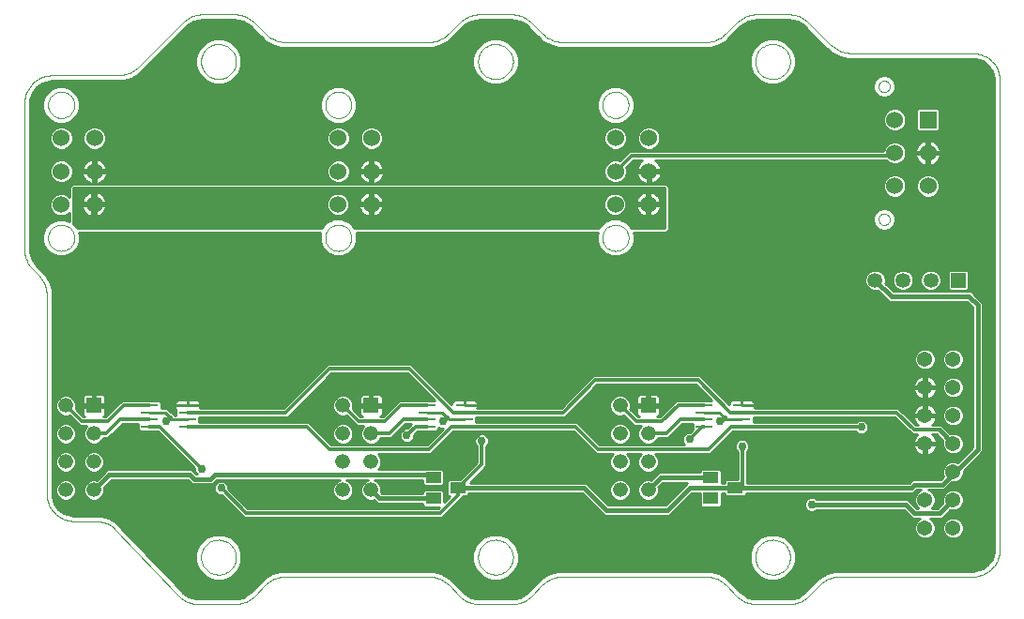
<source format=gtl>
G75*
G70*
%OFA0B0*%
%FSLAX24Y24*%
%IPPOS*%
%LPD*%
%AMOC8*
5,1,8,0,0,1.08239X$1,22.5*
%
%ADD10C,0.0000*%
%ADD11C,0.0602*%
%ADD12R,0.0602X0.0602*%
%ADD13R,0.0525X0.0525*%
%ADD14C,0.0525*%
%ADD15R,0.0610X0.0098*%
%ADD16R,0.0531X0.0531*%
%ADD17C,0.0531*%
%ADD18R,0.0551X0.0394*%
%ADD19C,0.0540*%
%ADD20C,0.0157*%
%ADD21C,0.0118*%
%ADD22C,0.0297*%
%ADD23C,0.0098*%
%ADD24C,0.0394*%
%ADD25C,0.0160*%
D10*
X004651Y004041D02*
X004712Y004039D01*
X004773Y004033D01*
X004834Y004024D01*
X004894Y004011D01*
X004953Y003994D01*
X005010Y003973D01*
X005067Y003949D01*
X005121Y003921D01*
X005174Y003890D01*
X005225Y003856D01*
X005274Y003819D01*
X005320Y003779D01*
X005364Y003736D01*
X005363Y003736D02*
X007533Y001458D01*
X008301Y001089D02*
X009586Y001089D01*
X010282Y001377D02*
X010690Y001784D01*
X011386Y002073D02*
X016476Y002073D01*
X017172Y001784D02*
X017579Y001377D01*
X018275Y001089D02*
X019429Y001089D01*
X020124Y001377D02*
X020532Y001784D01*
X021228Y002073D02*
X026318Y002073D01*
X027014Y001784D02*
X027422Y001377D01*
X028118Y001089D02*
X029271Y001089D01*
X029967Y001377D02*
X030375Y001784D01*
X031071Y002073D02*
X035781Y002073D01*
X035843Y002075D01*
X035904Y002081D01*
X035965Y002090D01*
X036026Y002104D01*
X036085Y002121D01*
X036143Y002142D01*
X036200Y002167D01*
X036255Y002195D01*
X036308Y002226D01*
X036359Y002261D01*
X036408Y002299D01*
X036455Y002340D01*
X036498Y002383D01*
X036539Y002430D01*
X036577Y002479D01*
X036612Y002530D01*
X036643Y002583D01*
X036671Y002638D01*
X036696Y002695D01*
X036717Y002753D01*
X036734Y002812D01*
X036748Y002873D01*
X036757Y002934D01*
X036763Y002995D01*
X036765Y003057D01*
X036765Y019691D01*
X036763Y019753D01*
X036757Y019814D01*
X036748Y019875D01*
X036734Y019936D01*
X036717Y019995D01*
X036696Y020053D01*
X036671Y020110D01*
X036643Y020165D01*
X036612Y020218D01*
X036577Y020269D01*
X036539Y020318D01*
X036498Y020365D01*
X036455Y020408D01*
X036408Y020449D01*
X036359Y020487D01*
X036308Y020522D01*
X036255Y020553D01*
X036200Y020581D01*
X036143Y020606D01*
X036085Y020627D01*
X036026Y020644D01*
X035965Y020658D01*
X035904Y020667D01*
X035843Y020673D01*
X035781Y020675D01*
X031464Y020675D01*
X030768Y020963D02*
X029967Y021765D01*
X029271Y022053D02*
X028118Y022053D01*
X027422Y021765D02*
X027014Y021357D01*
X026318Y021069D02*
X021228Y021069D01*
X020532Y021357D02*
X020124Y021765D01*
X019429Y022053D02*
X018275Y022053D01*
X017579Y021765D02*
X017172Y021357D01*
X016476Y021069D02*
X011386Y021069D01*
X010690Y021357D02*
X010282Y021765D01*
X009586Y022053D02*
X008433Y022053D01*
X007737Y021765D02*
X006148Y020176D01*
X005452Y019888D02*
X003104Y019888D01*
X003104Y019887D02*
X003042Y019885D01*
X002981Y019879D01*
X002920Y019870D01*
X002859Y019856D01*
X002800Y019839D01*
X002742Y019818D01*
X002685Y019793D01*
X002630Y019765D01*
X002577Y019734D01*
X002526Y019699D01*
X002477Y019661D01*
X002430Y019620D01*
X002387Y019577D01*
X002346Y019530D01*
X002308Y019481D01*
X002273Y019430D01*
X002242Y019377D01*
X002214Y019322D01*
X002189Y019265D01*
X002168Y019207D01*
X002151Y019148D01*
X002137Y019087D01*
X002128Y019026D01*
X002122Y018965D01*
X002120Y018903D01*
X002120Y013701D01*
X002122Y013642D01*
X002127Y013582D01*
X002136Y013524D01*
X002149Y013466D01*
X002165Y013408D01*
X002184Y013352D01*
X002207Y013297D01*
X002233Y013244D01*
X002262Y013192D01*
X002294Y013142D01*
X002329Y013094D01*
X002367Y013049D01*
X002408Y013005D01*
X002619Y012794D01*
X002907Y012098D02*
X002907Y005026D01*
X002909Y004964D01*
X002915Y004903D01*
X002924Y004842D01*
X002938Y004781D01*
X002955Y004722D01*
X002976Y004664D01*
X003001Y004607D01*
X003029Y004552D01*
X003060Y004499D01*
X003095Y004448D01*
X003133Y004399D01*
X003174Y004352D01*
X003217Y004309D01*
X003264Y004268D01*
X003313Y004230D01*
X003364Y004195D01*
X003417Y004164D01*
X003472Y004136D01*
X003529Y004111D01*
X003587Y004090D01*
X003646Y004073D01*
X003707Y004059D01*
X003768Y004050D01*
X003829Y004044D01*
X003891Y004042D01*
X003891Y004041D02*
X004651Y004041D01*
X007533Y001458D02*
X007571Y001414D01*
X007611Y001371D01*
X007654Y001331D01*
X007700Y001294D01*
X007748Y001259D01*
X007797Y001228D01*
X007848Y001199D01*
X007901Y001174D01*
X007956Y001152D01*
X008011Y001133D01*
X008068Y001117D01*
X008126Y001105D01*
X008184Y001096D01*
X008242Y001091D01*
X008301Y001089D01*
X009586Y001089D02*
X009645Y001091D01*
X009705Y001096D01*
X009763Y001105D01*
X009821Y001118D01*
X009879Y001134D01*
X009935Y001153D01*
X009990Y001176D01*
X010043Y001202D01*
X010095Y001231D01*
X010145Y001263D01*
X010193Y001298D01*
X010238Y001336D01*
X010282Y001377D01*
X010690Y001785D02*
X010734Y001826D01*
X010779Y001864D01*
X010827Y001899D01*
X010877Y001931D01*
X010929Y001960D01*
X010982Y001986D01*
X011037Y002009D01*
X011093Y002028D01*
X011151Y002044D01*
X011209Y002057D01*
X011267Y002066D01*
X011327Y002071D01*
X011386Y002073D01*
X008389Y002762D02*
X008391Y002811D01*
X008397Y002860D01*
X008407Y002909D01*
X008420Y002956D01*
X008437Y003002D01*
X008458Y003047D01*
X008483Y003090D01*
X008510Y003130D01*
X008541Y003169D01*
X008575Y003205D01*
X008612Y003238D01*
X008651Y003268D01*
X008692Y003295D01*
X008735Y003318D01*
X008780Y003338D01*
X008827Y003355D01*
X008874Y003367D01*
X008923Y003376D01*
X008972Y003381D01*
X009021Y003382D01*
X009071Y003379D01*
X009119Y003372D01*
X009167Y003361D01*
X009215Y003347D01*
X009260Y003329D01*
X009305Y003307D01*
X009347Y003282D01*
X009387Y003253D01*
X009425Y003222D01*
X009460Y003187D01*
X009493Y003150D01*
X009522Y003110D01*
X009548Y003068D01*
X009571Y003025D01*
X009590Y002979D01*
X009605Y002932D01*
X009617Y002884D01*
X009625Y002836D01*
X009629Y002787D01*
X009629Y002737D01*
X009625Y002688D01*
X009617Y002640D01*
X009605Y002592D01*
X009590Y002545D01*
X009571Y002499D01*
X009548Y002456D01*
X009522Y002414D01*
X009493Y002374D01*
X009460Y002337D01*
X009425Y002302D01*
X009387Y002271D01*
X009347Y002242D01*
X009305Y002217D01*
X009260Y002195D01*
X009215Y002177D01*
X009167Y002163D01*
X009119Y002152D01*
X009071Y002145D01*
X009021Y002142D01*
X008972Y002143D01*
X008923Y002148D01*
X008874Y002157D01*
X008827Y002169D01*
X008780Y002186D01*
X008735Y002206D01*
X008692Y002229D01*
X008651Y002256D01*
X008612Y002286D01*
X008575Y002319D01*
X008541Y002355D01*
X008510Y002394D01*
X008483Y002434D01*
X008458Y002477D01*
X008437Y002522D01*
X008420Y002568D01*
X008407Y002615D01*
X008397Y002664D01*
X008391Y002713D01*
X008389Y002762D01*
X016476Y002073D02*
X016535Y002071D01*
X016595Y002066D01*
X016653Y002057D01*
X016711Y002044D01*
X016769Y002028D01*
X016825Y002009D01*
X016880Y001986D01*
X016933Y001960D01*
X016985Y001931D01*
X017035Y001899D01*
X017083Y001864D01*
X017128Y001826D01*
X017172Y001785D01*
X017579Y001377D02*
X017623Y001336D01*
X017668Y001298D01*
X017716Y001263D01*
X017766Y001231D01*
X017818Y001202D01*
X017871Y001176D01*
X017926Y001153D01*
X017982Y001134D01*
X018040Y001118D01*
X018098Y001105D01*
X018156Y001096D01*
X018216Y001091D01*
X018275Y001089D01*
X019429Y001089D02*
X019488Y001091D01*
X019548Y001096D01*
X019606Y001105D01*
X019664Y001118D01*
X019722Y001134D01*
X019778Y001153D01*
X019833Y001176D01*
X019886Y001202D01*
X019938Y001231D01*
X019988Y001263D01*
X020036Y001298D01*
X020081Y001336D01*
X020125Y001377D01*
X020532Y001785D02*
X020576Y001826D01*
X020621Y001864D01*
X020669Y001899D01*
X020719Y001931D01*
X020771Y001960D01*
X020824Y001986D01*
X020879Y002009D01*
X020935Y002028D01*
X020993Y002044D01*
X021051Y002057D01*
X021109Y002066D01*
X021169Y002071D01*
X021228Y002073D01*
X018232Y002762D02*
X018234Y002811D01*
X018240Y002860D01*
X018250Y002909D01*
X018263Y002956D01*
X018280Y003002D01*
X018301Y003047D01*
X018326Y003090D01*
X018353Y003130D01*
X018384Y003169D01*
X018418Y003205D01*
X018455Y003238D01*
X018494Y003268D01*
X018535Y003295D01*
X018578Y003318D01*
X018623Y003338D01*
X018670Y003355D01*
X018717Y003367D01*
X018766Y003376D01*
X018815Y003381D01*
X018864Y003382D01*
X018914Y003379D01*
X018962Y003372D01*
X019010Y003361D01*
X019058Y003347D01*
X019103Y003329D01*
X019148Y003307D01*
X019190Y003282D01*
X019230Y003253D01*
X019268Y003222D01*
X019303Y003187D01*
X019336Y003150D01*
X019365Y003110D01*
X019391Y003068D01*
X019414Y003025D01*
X019433Y002979D01*
X019448Y002932D01*
X019460Y002884D01*
X019468Y002836D01*
X019472Y002787D01*
X019472Y002737D01*
X019468Y002688D01*
X019460Y002640D01*
X019448Y002592D01*
X019433Y002545D01*
X019414Y002499D01*
X019391Y002456D01*
X019365Y002414D01*
X019336Y002374D01*
X019303Y002337D01*
X019268Y002302D01*
X019230Y002271D01*
X019190Y002242D01*
X019148Y002217D01*
X019103Y002195D01*
X019058Y002177D01*
X019010Y002163D01*
X018962Y002152D01*
X018914Y002145D01*
X018864Y002142D01*
X018815Y002143D01*
X018766Y002148D01*
X018717Y002157D01*
X018670Y002169D01*
X018623Y002186D01*
X018578Y002206D01*
X018535Y002229D01*
X018494Y002256D01*
X018455Y002286D01*
X018418Y002319D01*
X018384Y002355D01*
X018353Y002394D01*
X018326Y002434D01*
X018301Y002477D01*
X018280Y002522D01*
X018263Y002568D01*
X018250Y002615D01*
X018240Y002664D01*
X018234Y002713D01*
X018232Y002762D01*
X026318Y002073D02*
X026377Y002071D01*
X026437Y002066D01*
X026495Y002057D01*
X026553Y002044D01*
X026611Y002028D01*
X026667Y002009D01*
X026722Y001986D01*
X026775Y001960D01*
X026827Y001931D01*
X026877Y001899D01*
X026925Y001864D01*
X026970Y001826D01*
X027014Y001785D01*
X027422Y001377D02*
X027466Y001336D01*
X027511Y001298D01*
X027559Y001263D01*
X027609Y001231D01*
X027661Y001202D01*
X027714Y001176D01*
X027769Y001153D01*
X027825Y001134D01*
X027883Y001118D01*
X027941Y001105D01*
X027999Y001096D01*
X028059Y001091D01*
X028118Y001089D01*
X029271Y001089D02*
X029330Y001091D01*
X029390Y001096D01*
X029448Y001105D01*
X029506Y001118D01*
X029564Y001134D01*
X029620Y001153D01*
X029675Y001176D01*
X029728Y001202D01*
X029780Y001231D01*
X029830Y001263D01*
X029878Y001298D01*
X029923Y001336D01*
X029967Y001377D01*
X030375Y001785D02*
X030419Y001826D01*
X030464Y001864D01*
X030512Y001899D01*
X030562Y001931D01*
X030614Y001960D01*
X030667Y001986D01*
X030722Y002009D01*
X030778Y002028D01*
X030836Y002044D01*
X030894Y002057D01*
X030952Y002066D01*
X031012Y002071D01*
X031071Y002073D01*
X028074Y002762D02*
X028076Y002811D01*
X028082Y002860D01*
X028092Y002909D01*
X028105Y002956D01*
X028122Y003002D01*
X028143Y003047D01*
X028168Y003090D01*
X028195Y003130D01*
X028226Y003169D01*
X028260Y003205D01*
X028297Y003238D01*
X028336Y003268D01*
X028377Y003295D01*
X028420Y003318D01*
X028465Y003338D01*
X028512Y003355D01*
X028559Y003367D01*
X028608Y003376D01*
X028657Y003381D01*
X028706Y003382D01*
X028756Y003379D01*
X028804Y003372D01*
X028852Y003361D01*
X028900Y003347D01*
X028945Y003329D01*
X028990Y003307D01*
X029032Y003282D01*
X029072Y003253D01*
X029110Y003222D01*
X029145Y003187D01*
X029178Y003150D01*
X029207Y003110D01*
X029233Y003068D01*
X029256Y003025D01*
X029275Y002979D01*
X029290Y002932D01*
X029302Y002884D01*
X029310Y002836D01*
X029314Y002787D01*
X029314Y002737D01*
X029310Y002688D01*
X029302Y002640D01*
X029290Y002592D01*
X029275Y002545D01*
X029256Y002499D01*
X029233Y002456D01*
X029207Y002414D01*
X029178Y002374D01*
X029145Y002337D01*
X029110Y002302D01*
X029072Y002271D01*
X029032Y002242D01*
X028990Y002217D01*
X028945Y002195D01*
X028900Y002177D01*
X028852Y002163D01*
X028804Y002152D01*
X028756Y002145D01*
X028706Y002142D01*
X028657Y002143D01*
X028608Y002148D01*
X028559Y002157D01*
X028512Y002169D01*
X028465Y002186D01*
X028420Y002206D01*
X028377Y002229D01*
X028336Y002256D01*
X028297Y002286D01*
X028260Y002319D01*
X028226Y002355D01*
X028195Y002394D01*
X028168Y002434D01*
X028143Y002477D01*
X028122Y002522D01*
X028105Y002568D01*
X028092Y002615D01*
X028082Y002664D01*
X028076Y002713D01*
X028074Y002762D01*
X022647Y014112D02*
X022649Y014155D01*
X022655Y014197D01*
X022665Y014239D01*
X022678Y014280D01*
X022696Y014319D01*
X022717Y014357D01*
X022741Y014392D01*
X022768Y014425D01*
X022799Y014456D01*
X022832Y014483D01*
X022867Y014507D01*
X022905Y014528D01*
X022944Y014546D01*
X022985Y014559D01*
X023027Y014569D01*
X023069Y014575D01*
X023112Y014577D01*
X023155Y014575D01*
X023197Y014569D01*
X023239Y014559D01*
X023280Y014546D01*
X023319Y014528D01*
X023357Y014507D01*
X023392Y014483D01*
X023425Y014456D01*
X023456Y014425D01*
X023483Y014392D01*
X023507Y014357D01*
X023528Y014319D01*
X023546Y014280D01*
X023559Y014239D01*
X023569Y014197D01*
X023575Y014155D01*
X023577Y014112D01*
X023575Y014069D01*
X023569Y014027D01*
X023559Y013985D01*
X023546Y013944D01*
X023528Y013905D01*
X023507Y013867D01*
X023483Y013832D01*
X023456Y013799D01*
X023425Y013768D01*
X023392Y013741D01*
X023357Y013717D01*
X023319Y013696D01*
X023280Y013678D01*
X023239Y013665D01*
X023197Y013655D01*
X023155Y013649D01*
X023112Y013647D01*
X023069Y013649D01*
X023027Y013655D01*
X022985Y013665D01*
X022944Y013678D01*
X022905Y013696D01*
X022867Y013717D01*
X022832Y013741D01*
X022799Y013768D01*
X022768Y013799D01*
X022741Y013832D01*
X022717Y013867D01*
X022696Y013905D01*
X022678Y013944D01*
X022665Y013985D01*
X022655Y014027D01*
X022649Y014069D01*
X022647Y014112D01*
X022647Y018837D02*
X022649Y018880D01*
X022655Y018922D01*
X022665Y018964D01*
X022678Y019005D01*
X022696Y019044D01*
X022717Y019082D01*
X022741Y019117D01*
X022768Y019150D01*
X022799Y019181D01*
X022832Y019208D01*
X022867Y019232D01*
X022905Y019253D01*
X022944Y019271D01*
X022985Y019284D01*
X023027Y019294D01*
X023069Y019300D01*
X023112Y019302D01*
X023155Y019300D01*
X023197Y019294D01*
X023239Y019284D01*
X023280Y019271D01*
X023319Y019253D01*
X023357Y019232D01*
X023392Y019208D01*
X023425Y019181D01*
X023456Y019150D01*
X023483Y019117D01*
X023507Y019082D01*
X023528Y019044D01*
X023546Y019005D01*
X023559Y018964D01*
X023569Y018922D01*
X023575Y018880D01*
X023577Y018837D01*
X023575Y018794D01*
X023569Y018752D01*
X023559Y018710D01*
X023546Y018669D01*
X023528Y018630D01*
X023507Y018592D01*
X023483Y018557D01*
X023456Y018524D01*
X023425Y018493D01*
X023392Y018466D01*
X023357Y018442D01*
X023319Y018421D01*
X023280Y018403D01*
X023239Y018390D01*
X023197Y018380D01*
X023155Y018374D01*
X023112Y018372D01*
X023069Y018374D01*
X023027Y018380D01*
X022985Y018390D01*
X022944Y018403D01*
X022905Y018421D01*
X022867Y018442D01*
X022832Y018466D01*
X022799Y018493D01*
X022768Y018524D01*
X022741Y018557D01*
X022717Y018592D01*
X022696Y018630D01*
X022678Y018669D01*
X022665Y018710D01*
X022655Y018752D01*
X022649Y018794D01*
X022647Y018837D01*
X020125Y021765D02*
X020081Y021806D01*
X020036Y021844D01*
X019988Y021879D01*
X019938Y021911D01*
X019886Y021940D01*
X019833Y021966D01*
X019778Y021989D01*
X019722Y022008D01*
X019664Y022024D01*
X019606Y022037D01*
X019548Y022046D01*
X019488Y022051D01*
X019429Y022053D01*
X018275Y022053D02*
X018216Y022051D01*
X018156Y022046D01*
X018098Y022037D01*
X018040Y022024D01*
X017982Y022008D01*
X017926Y021989D01*
X017871Y021966D01*
X017818Y021940D01*
X017766Y021911D01*
X017716Y021879D01*
X017668Y021844D01*
X017623Y021806D01*
X017579Y021765D01*
X017172Y021357D02*
X017128Y021316D01*
X017083Y021278D01*
X017035Y021243D01*
X016985Y021211D01*
X016933Y021182D01*
X016880Y021156D01*
X016825Y021133D01*
X016769Y021114D01*
X016711Y021098D01*
X016653Y021085D01*
X016595Y021076D01*
X016535Y021071D01*
X016476Y021069D01*
X018232Y020380D02*
X018234Y020429D01*
X018240Y020478D01*
X018250Y020527D01*
X018263Y020574D01*
X018280Y020620D01*
X018301Y020665D01*
X018326Y020708D01*
X018353Y020748D01*
X018384Y020787D01*
X018418Y020823D01*
X018455Y020856D01*
X018494Y020886D01*
X018535Y020913D01*
X018578Y020936D01*
X018623Y020956D01*
X018670Y020973D01*
X018717Y020985D01*
X018766Y020994D01*
X018815Y020999D01*
X018864Y021000D01*
X018914Y020997D01*
X018962Y020990D01*
X019010Y020979D01*
X019058Y020965D01*
X019103Y020947D01*
X019148Y020925D01*
X019190Y020900D01*
X019230Y020871D01*
X019268Y020840D01*
X019303Y020805D01*
X019336Y020768D01*
X019365Y020728D01*
X019391Y020686D01*
X019414Y020643D01*
X019433Y020597D01*
X019448Y020550D01*
X019460Y020502D01*
X019468Y020454D01*
X019472Y020405D01*
X019472Y020355D01*
X019468Y020306D01*
X019460Y020258D01*
X019448Y020210D01*
X019433Y020163D01*
X019414Y020117D01*
X019391Y020074D01*
X019365Y020032D01*
X019336Y019992D01*
X019303Y019955D01*
X019268Y019920D01*
X019230Y019889D01*
X019190Y019860D01*
X019148Y019835D01*
X019103Y019813D01*
X019058Y019795D01*
X019010Y019781D01*
X018962Y019770D01*
X018914Y019763D01*
X018864Y019760D01*
X018815Y019761D01*
X018766Y019766D01*
X018717Y019775D01*
X018670Y019787D01*
X018623Y019804D01*
X018578Y019824D01*
X018535Y019847D01*
X018494Y019874D01*
X018455Y019904D01*
X018418Y019937D01*
X018384Y019973D01*
X018353Y020012D01*
X018326Y020052D01*
X018301Y020095D01*
X018280Y020140D01*
X018263Y020186D01*
X018250Y020233D01*
X018240Y020282D01*
X018234Y020331D01*
X018232Y020380D01*
X020532Y021357D02*
X020576Y021316D01*
X020621Y021278D01*
X020669Y021243D01*
X020719Y021211D01*
X020771Y021182D01*
X020824Y021156D01*
X020879Y021133D01*
X020935Y021114D01*
X020993Y021098D01*
X021051Y021085D01*
X021109Y021076D01*
X021169Y021071D01*
X021228Y021069D01*
X026318Y021069D02*
X026377Y021071D01*
X026437Y021076D01*
X026495Y021085D01*
X026553Y021098D01*
X026611Y021114D01*
X026667Y021133D01*
X026722Y021156D01*
X026775Y021182D01*
X026827Y021211D01*
X026877Y021243D01*
X026925Y021278D01*
X026970Y021316D01*
X027014Y021357D01*
X027422Y021765D02*
X027466Y021806D01*
X027511Y021844D01*
X027559Y021879D01*
X027609Y021911D01*
X027661Y021940D01*
X027714Y021966D01*
X027769Y021989D01*
X027825Y022008D01*
X027883Y022024D01*
X027941Y022037D01*
X027999Y022046D01*
X028059Y022051D01*
X028118Y022053D01*
X029271Y022053D02*
X029330Y022051D01*
X029390Y022046D01*
X029448Y022037D01*
X029506Y022024D01*
X029564Y022008D01*
X029620Y021989D01*
X029675Y021966D01*
X029728Y021940D01*
X029780Y021911D01*
X029830Y021879D01*
X029878Y021844D01*
X029923Y021806D01*
X029967Y021765D01*
X030768Y020963D02*
X030812Y020922D01*
X030857Y020884D01*
X030905Y020849D01*
X030955Y020817D01*
X031007Y020788D01*
X031060Y020762D01*
X031115Y020739D01*
X031171Y020720D01*
X031229Y020704D01*
X031287Y020691D01*
X031345Y020682D01*
X031405Y020677D01*
X031464Y020675D01*
X032454Y019494D02*
X032456Y019522D01*
X032462Y019549D01*
X032471Y019576D01*
X032485Y019601D01*
X032501Y019623D01*
X032521Y019643D01*
X032543Y019661D01*
X032567Y019675D01*
X032593Y019685D01*
X032620Y019692D01*
X032648Y019695D01*
X032676Y019694D01*
X032704Y019689D01*
X032730Y019680D01*
X032755Y019668D01*
X032779Y019652D01*
X032800Y019634D01*
X032818Y019612D01*
X032832Y019588D01*
X032844Y019563D01*
X032852Y019536D01*
X032856Y019508D01*
X032856Y019480D01*
X032852Y019452D01*
X032844Y019425D01*
X032832Y019400D01*
X032818Y019376D01*
X032800Y019354D01*
X032779Y019336D01*
X032756Y019320D01*
X032730Y019308D01*
X032704Y019299D01*
X032676Y019294D01*
X032648Y019293D01*
X032620Y019296D01*
X032593Y019303D01*
X032567Y019313D01*
X032543Y019327D01*
X032521Y019345D01*
X032501Y019365D01*
X032485Y019387D01*
X032471Y019412D01*
X032462Y019439D01*
X032456Y019466D01*
X032454Y019494D01*
X028074Y020380D02*
X028076Y020429D01*
X028082Y020478D01*
X028092Y020527D01*
X028105Y020574D01*
X028122Y020620D01*
X028143Y020665D01*
X028168Y020708D01*
X028195Y020748D01*
X028226Y020787D01*
X028260Y020823D01*
X028297Y020856D01*
X028336Y020886D01*
X028377Y020913D01*
X028420Y020936D01*
X028465Y020956D01*
X028512Y020973D01*
X028559Y020985D01*
X028608Y020994D01*
X028657Y020999D01*
X028706Y021000D01*
X028756Y020997D01*
X028804Y020990D01*
X028852Y020979D01*
X028900Y020965D01*
X028945Y020947D01*
X028990Y020925D01*
X029032Y020900D01*
X029072Y020871D01*
X029110Y020840D01*
X029145Y020805D01*
X029178Y020768D01*
X029207Y020728D01*
X029233Y020686D01*
X029256Y020643D01*
X029275Y020597D01*
X029290Y020550D01*
X029302Y020502D01*
X029310Y020454D01*
X029314Y020405D01*
X029314Y020355D01*
X029310Y020306D01*
X029302Y020258D01*
X029290Y020210D01*
X029275Y020163D01*
X029256Y020117D01*
X029233Y020074D01*
X029207Y020032D01*
X029178Y019992D01*
X029145Y019955D01*
X029110Y019920D01*
X029072Y019889D01*
X029032Y019860D01*
X028990Y019835D01*
X028945Y019813D01*
X028900Y019795D01*
X028852Y019781D01*
X028804Y019770D01*
X028756Y019763D01*
X028706Y019760D01*
X028657Y019761D01*
X028608Y019766D01*
X028559Y019775D01*
X028512Y019787D01*
X028465Y019804D01*
X028420Y019824D01*
X028377Y019847D01*
X028336Y019874D01*
X028297Y019904D01*
X028260Y019937D01*
X028226Y019973D01*
X028195Y020012D01*
X028168Y020052D01*
X028143Y020095D01*
X028122Y020140D01*
X028105Y020186D01*
X028092Y020233D01*
X028082Y020282D01*
X028076Y020331D01*
X028074Y020380D01*
X032454Y014770D02*
X032456Y014798D01*
X032462Y014825D01*
X032471Y014852D01*
X032485Y014877D01*
X032501Y014899D01*
X032521Y014919D01*
X032543Y014937D01*
X032567Y014951D01*
X032593Y014961D01*
X032620Y014968D01*
X032648Y014971D01*
X032676Y014970D01*
X032704Y014965D01*
X032730Y014956D01*
X032755Y014944D01*
X032779Y014928D01*
X032800Y014910D01*
X032818Y014888D01*
X032832Y014864D01*
X032844Y014839D01*
X032852Y014812D01*
X032856Y014784D01*
X032856Y014756D01*
X032852Y014728D01*
X032844Y014701D01*
X032832Y014676D01*
X032818Y014652D01*
X032800Y014630D01*
X032779Y014612D01*
X032756Y014596D01*
X032730Y014584D01*
X032704Y014575D01*
X032676Y014570D01*
X032648Y014569D01*
X032620Y014572D01*
X032593Y014579D01*
X032567Y014589D01*
X032543Y014603D01*
X032521Y014621D01*
X032501Y014641D01*
X032485Y014663D01*
X032471Y014688D01*
X032462Y014715D01*
X032456Y014742D01*
X032454Y014770D01*
X012804Y014112D02*
X012806Y014155D01*
X012812Y014197D01*
X012822Y014239D01*
X012835Y014280D01*
X012853Y014319D01*
X012874Y014357D01*
X012898Y014392D01*
X012925Y014425D01*
X012956Y014456D01*
X012989Y014483D01*
X013024Y014507D01*
X013062Y014528D01*
X013101Y014546D01*
X013142Y014559D01*
X013184Y014569D01*
X013226Y014575D01*
X013269Y014577D01*
X013312Y014575D01*
X013354Y014569D01*
X013396Y014559D01*
X013437Y014546D01*
X013476Y014528D01*
X013514Y014507D01*
X013549Y014483D01*
X013582Y014456D01*
X013613Y014425D01*
X013640Y014392D01*
X013664Y014357D01*
X013685Y014319D01*
X013703Y014280D01*
X013716Y014239D01*
X013726Y014197D01*
X013732Y014155D01*
X013734Y014112D01*
X013732Y014069D01*
X013726Y014027D01*
X013716Y013985D01*
X013703Y013944D01*
X013685Y013905D01*
X013664Y013867D01*
X013640Y013832D01*
X013613Y013799D01*
X013582Y013768D01*
X013549Y013741D01*
X013514Y013717D01*
X013476Y013696D01*
X013437Y013678D01*
X013396Y013665D01*
X013354Y013655D01*
X013312Y013649D01*
X013269Y013647D01*
X013226Y013649D01*
X013184Y013655D01*
X013142Y013665D01*
X013101Y013678D01*
X013062Y013696D01*
X013024Y013717D01*
X012989Y013741D01*
X012956Y013768D01*
X012925Y013799D01*
X012898Y013832D01*
X012874Y013867D01*
X012853Y013905D01*
X012835Y013944D01*
X012822Y013985D01*
X012812Y014027D01*
X012806Y014069D01*
X012804Y014112D01*
X012804Y018837D02*
X012806Y018880D01*
X012812Y018922D01*
X012822Y018964D01*
X012835Y019005D01*
X012853Y019044D01*
X012874Y019082D01*
X012898Y019117D01*
X012925Y019150D01*
X012956Y019181D01*
X012989Y019208D01*
X013024Y019232D01*
X013062Y019253D01*
X013101Y019271D01*
X013142Y019284D01*
X013184Y019294D01*
X013226Y019300D01*
X013269Y019302D01*
X013312Y019300D01*
X013354Y019294D01*
X013396Y019284D01*
X013437Y019271D01*
X013476Y019253D01*
X013514Y019232D01*
X013549Y019208D01*
X013582Y019181D01*
X013613Y019150D01*
X013640Y019117D01*
X013664Y019082D01*
X013685Y019044D01*
X013703Y019005D01*
X013716Y018964D01*
X013726Y018922D01*
X013732Y018880D01*
X013734Y018837D01*
X013732Y018794D01*
X013726Y018752D01*
X013716Y018710D01*
X013703Y018669D01*
X013685Y018630D01*
X013664Y018592D01*
X013640Y018557D01*
X013613Y018524D01*
X013582Y018493D01*
X013549Y018466D01*
X013514Y018442D01*
X013476Y018421D01*
X013437Y018403D01*
X013396Y018390D01*
X013354Y018380D01*
X013312Y018374D01*
X013269Y018372D01*
X013226Y018374D01*
X013184Y018380D01*
X013142Y018390D01*
X013101Y018403D01*
X013062Y018421D01*
X013024Y018442D01*
X012989Y018466D01*
X012956Y018493D01*
X012925Y018524D01*
X012898Y018557D01*
X012874Y018592D01*
X012853Y018630D01*
X012835Y018669D01*
X012822Y018710D01*
X012812Y018752D01*
X012806Y018794D01*
X012804Y018837D01*
X010282Y021765D02*
X010238Y021806D01*
X010193Y021844D01*
X010145Y021879D01*
X010095Y021911D01*
X010043Y021940D01*
X009990Y021966D01*
X009935Y021989D01*
X009879Y022008D01*
X009821Y022024D01*
X009763Y022037D01*
X009705Y022046D01*
X009645Y022051D01*
X009586Y022053D01*
X008433Y022053D02*
X008374Y022051D01*
X008314Y022046D01*
X008256Y022037D01*
X008198Y022024D01*
X008140Y022008D01*
X008084Y021989D01*
X008029Y021966D01*
X007976Y021940D01*
X007924Y021911D01*
X007874Y021879D01*
X007826Y021844D01*
X007781Y021806D01*
X007737Y021765D01*
X008389Y020380D02*
X008391Y020429D01*
X008397Y020478D01*
X008407Y020527D01*
X008420Y020574D01*
X008437Y020620D01*
X008458Y020665D01*
X008483Y020708D01*
X008510Y020748D01*
X008541Y020787D01*
X008575Y020823D01*
X008612Y020856D01*
X008651Y020886D01*
X008692Y020913D01*
X008735Y020936D01*
X008780Y020956D01*
X008827Y020973D01*
X008874Y020985D01*
X008923Y020994D01*
X008972Y020999D01*
X009021Y021000D01*
X009071Y020997D01*
X009119Y020990D01*
X009167Y020979D01*
X009215Y020965D01*
X009260Y020947D01*
X009305Y020925D01*
X009347Y020900D01*
X009387Y020871D01*
X009425Y020840D01*
X009460Y020805D01*
X009493Y020768D01*
X009522Y020728D01*
X009548Y020686D01*
X009571Y020643D01*
X009590Y020597D01*
X009605Y020550D01*
X009617Y020502D01*
X009625Y020454D01*
X009629Y020405D01*
X009629Y020355D01*
X009625Y020306D01*
X009617Y020258D01*
X009605Y020210D01*
X009590Y020163D01*
X009571Y020117D01*
X009548Y020074D01*
X009522Y020032D01*
X009493Y019992D01*
X009460Y019955D01*
X009425Y019920D01*
X009387Y019889D01*
X009347Y019860D01*
X009305Y019835D01*
X009260Y019813D01*
X009215Y019795D01*
X009167Y019781D01*
X009119Y019770D01*
X009071Y019763D01*
X009021Y019760D01*
X008972Y019761D01*
X008923Y019766D01*
X008874Y019775D01*
X008827Y019787D01*
X008780Y019804D01*
X008735Y019824D01*
X008692Y019847D01*
X008651Y019874D01*
X008612Y019904D01*
X008575Y019937D01*
X008541Y019973D01*
X008510Y020012D01*
X008483Y020052D01*
X008458Y020095D01*
X008437Y020140D01*
X008420Y020186D01*
X008407Y020233D01*
X008397Y020282D01*
X008391Y020331D01*
X008389Y020380D01*
X010690Y021357D02*
X010734Y021316D01*
X010779Y021278D01*
X010827Y021243D01*
X010877Y021211D01*
X010929Y021182D01*
X010982Y021156D01*
X011037Y021133D01*
X011093Y021114D01*
X011151Y021098D01*
X011209Y021085D01*
X011267Y021076D01*
X011327Y021071D01*
X011386Y021069D01*
X006148Y020176D02*
X006104Y020135D01*
X006059Y020097D01*
X006011Y020062D01*
X005961Y020030D01*
X005909Y020001D01*
X005856Y019975D01*
X005801Y019952D01*
X005745Y019933D01*
X005687Y019917D01*
X005629Y019904D01*
X005571Y019895D01*
X005511Y019890D01*
X005452Y019888D01*
X002962Y018837D02*
X002964Y018880D01*
X002970Y018922D01*
X002980Y018964D01*
X002993Y019005D01*
X003011Y019044D01*
X003032Y019082D01*
X003056Y019117D01*
X003083Y019150D01*
X003114Y019181D01*
X003147Y019208D01*
X003182Y019232D01*
X003220Y019253D01*
X003259Y019271D01*
X003300Y019284D01*
X003342Y019294D01*
X003384Y019300D01*
X003427Y019302D01*
X003470Y019300D01*
X003512Y019294D01*
X003554Y019284D01*
X003595Y019271D01*
X003634Y019253D01*
X003672Y019232D01*
X003707Y019208D01*
X003740Y019181D01*
X003771Y019150D01*
X003798Y019117D01*
X003822Y019082D01*
X003843Y019044D01*
X003861Y019005D01*
X003874Y018964D01*
X003884Y018922D01*
X003890Y018880D01*
X003892Y018837D01*
X003890Y018794D01*
X003884Y018752D01*
X003874Y018710D01*
X003861Y018669D01*
X003843Y018630D01*
X003822Y018592D01*
X003798Y018557D01*
X003771Y018524D01*
X003740Y018493D01*
X003707Y018466D01*
X003672Y018442D01*
X003634Y018421D01*
X003595Y018403D01*
X003554Y018390D01*
X003512Y018380D01*
X003470Y018374D01*
X003427Y018372D01*
X003384Y018374D01*
X003342Y018380D01*
X003300Y018390D01*
X003259Y018403D01*
X003220Y018421D01*
X003182Y018442D01*
X003147Y018466D01*
X003114Y018493D01*
X003083Y018524D01*
X003056Y018557D01*
X003032Y018592D01*
X003011Y018630D01*
X002993Y018669D01*
X002980Y018710D01*
X002970Y018752D01*
X002964Y018794D01*
X002962Y018837D01*
X002962Y014112D02*
X002964Y014155D01*
X002970Y014197D01*
X002980Y014239D01*
X002993Y014280D01*
X003011Y014319D01*
X003032Y014357D01*
X003056Y014392D01*
X003083Y014425D01*
X003114Y014456D01*
X003147Y014483D01*
X003182Y014507D01*
X003220Y014528D01*
X003259Y014546D01*
X003300Y014559D01*
X003342Y014569D01*
X003384Y014575D01*
X003427Y014577D01*
X003470Y014575D01*
X003512Y014569D01*
X003554Y014559D01*
X003595Y014546D01*
X003634Y014528D01*
X003672Y014507D01*
X003707Y014483D01*
X003740Y014456D01*
X003771Y014425D01*
X003798Y014392D01*
X003822Y014357D01*
X003843Y014319D01*
X003861Y014280D01*
X003874Y014239D01*
X003884Y014197D01*
X003890Y014155D01*
X003892Y014112D01*
X003890Y014069D01*
X003884Y014027D01*
X003874Y013985D01*
X003861Y013944D01*
X003843Y013905D01*
X003822Y013867D01*
X003798Y013832D01*
X003771Y013799D01*
X003740Y013768D01*
X003707Y013741D01*
X003672Y013717D01*
X003634Y013696D01*
X003595Y013678D01*
X003554Y013665D01*
X003512Y013655D01*
X003470Y013649D01*
X003427Y013647D01*
X003384Y013649D01*
X003342Y013655D01*
X003300Y013665D01*
X003259Y013678D01*
X003220Y013696D01*
X003182Y013717D01*
X003147Y013741D01*
X003114Y013768D01*
X003083Y013799D01*
X003056Y013832D01*
X003032Y013867D01*
X003011Y013905D01*
X002993Y013944D01*
X002980Y013985D01*
X002970Y014027D01*
X002964Y014069D01*
X002962Y014112D01*
X002619Y012794D02*
X002660Y012750D01*
X002698Y012705D01*
X002733Y012657D01*
X002765Y012607D01*
X002794Y012555D01*
X002820Y012502D01*
X002843Y012447D01*
X002862Y012391D01*
X002878Y012333D01*
X002891Y012275D01*
X002900Y012217D01*
X002905Y012157D01*
X002907Y012098D01*
D11*
X003427Y015293D03*
X004608Y015293D03*
X004608Y016474D03*
X003427Y016474D03*
X003427Y017655D03*
X004608Y017655D03*
X013269Y017655D03*
X014450Y017655D03*
X014450Y016474D03*
X013269Y016474D03*
X013269Y015293D03*
X014450Y015293D03*
X023112Y015293D03*
X024293Y015293D03*
X024293Y016474D03*
X023112Y016474D03*
X023112Y017655D03*
X024293Y017655D03*
X033025Y017132D03*
X034206Y017132D03*
X033025Y018313D03*
X033025Y015951D03*
X034206Y015951D03*
D12*
X034206Y018313D03*
D13*
X024273Y008151D03*
X014431Y008151D03*
X004588Y008151D03*
D14*
X003588Y008151D03*
X003588Y007151D03*
X004588Y007151D03*
X004588Y006151D03*
X003588Y006151D03*
X003588Y005151D03*
X004588Y005151D03*
X013431Y005151D03*
X014431Y005151D03*
X014431Y006151D03*
X013431Y006151D03*
X013431Y007151D03*
X014431Y007151D03*
X013431Y008151D03*
X023273Y008151D03*
X023273Y007151D03*
X024273Y007151D03*
X024273Y006151D03*
X023273Y006151D03*
X023273Y005151D03*
X024273Y005151D03*
D15*
X026254Y007398D03*
X026254Y007653D03*
X026254Y007909D03*
X026254Y008165D03*
X027592Y008165D03*
X027592Y007909D03*
X027592Y007653D03*
X027592Y007398D03*
X017750Y007398D03*
X017750Y007653D03*
X017750Y007909D03*
X017750Y008165D03*
X016411Y008165D03*
X016411Y007909D03*
X016411Y007653D03*
X016411Y007398D03*
X007907Y007398D03*
X007907Y007653D03*
X007907Y007909D03*
X007907Y008165D03*
X006569Y008165D03*
X006569Y007909D03*
X006569Y007653D03*
X006569Y007398D03*
D16*
X035289Y012604D03*
D17*
X034305Y012604D03*
X033320Y012604D03*
X032336Y012604D03*
D18*
X026490Y005596D03*
X027356Y005222D03*
X026490Y004848D03*
X017513Y005222D03*
X016647Y004848D03*
X016647Y005596D03*
D19*
X034100Y004797D03*
X035100Y004797D03*
X035100Y005797D03*
X035100Y006797D03*
X034100Y006797D03*
X034100Y007797D03*
X035100Y007797D03*
X035100Y008797D03*
X034100Y008797D03*
X034100Y009797D03*
X035100Y009797D03*
X035100Y003797D03*
X034100Y003797D03*
D20*
X034620Y004317D02*
X035100Y004797D01*
X034718Y005340D02*
X035092Y005714D01*
X035191Y005813D01*
X035978Y006600D01*
X035978Y011718D01*
X035663Y012033D01*
X032907Y012033D01*
X032336Y012604D01*
X026972Y007732D02*
X026824Y007585D01*
X026490Y005596D02*
X024718Y005596D01*
X024273Y005151D01*
X024954Y004435D02*
X025742Y005222D01*
X027356Y005222D01*
X027513Y005222D01*
X033616Y005222D01*
X033734Y005340D01*
X034718Y005340D01*
X035100Y005797D02*
X035116Y005813D01*
X035191Y005813D01*
X035100Y006797D02*
X034608Y007289D01*
X024954Y004435D02*
X022789Y004435D01*
X022002Y005222D01*
X017513Y005222D01*
X016647Y004848D02*
X014734Y004848D01*
X014431Y005151D01*
X016490Y005695D02*
X016588Y005596D01*
X016647Y005596D01*
X016490Y005695D02*
X008891Y005695D01*
X008734Y005537D01*
X008143Y005537D01*
X007986Y005695D01*
X005131Y005695D01*
X004588Y005151D01*
X007139Y007585D02*
X007287Y007732D01*
X016982Y007585D02*
X017130Y007732D01*
D21*
X017346Y007909D02*
X015801Y009455D01*
X012946Y009455D01*
X011401Y007909D01*
X007907Y007909D01*
X007907Y007398D02*
X012149Y007398D01*
X012946Y006600D01*
X016490Y006600D01*
X017277Y007388D01*
X017740Y007388D01*
X017750Y007398D01*
X021696Y007398D01*
X022494Y006600D01*
X026431Y006600D01*
X027218Y007388D01*
X027582Y007388D01*
X027592Y007398D01*
X031834Y007398D01*
X031844Y007388D01*
X033094Y007909D02*
X033714Y007289D01*
X034608Y007289D01*
X033094Y007909D02*
X027592Y007909D01*
X027189Y007909D01*
X026037Y009061D01*
X022395Y009061D01*
X021244Y007909D01*
X017750Y007909D01*
X017346Y007909D01*
X016411Y007653D02*
X015574Y007653D01*
X015072Y007151D01*
X014431Y007151D01*
X013998Y007585D02*
X013431Y008151D01*
X013998Y007585D02*
X014915Y007585D01*
X015496Y008165D01*
X016411Y008165D01*
X016411Y007398D02*
X016007Y007398D01*
X015702Y007092D01*
X017513Y005222D02*
X018360Y006069D01*
X018360Y006896D01*
X017513Y005222D02*
X017513Y004966D01*
X016883Y004337D01*
X009994Y004337D01*
X009108Y005222D01*
X008419Y005911D02*
X006933Y007398D01*
X006569Y007398D01*
X006569Y007653D02*
X005535Y007653D01*
X005033Y007151D01*
X004588Y007151D01*
X004155Y007585D02*
X003588Y008151D01*
X004155Y007585D02*
X005072Y007585D01*
X005653Y008165D01*
X006569Y008165D01*
X004006Y014474D02*
X003998Y014494D01*
X003891Y014600D01*
X003891Y015852D01*
X024856Y015852D01*
X024856Y014474D01*
X023691Y014474D01*
X023683Y014494D01*
X023493Y014683D01*
X023246Y014786D01*
X022978Y014786D01*
X022730Y014683D01*
X022541Y014494D01*
X022533Y014474D01*
X013848Y014474D01*
X013840Y014494D01*
X013651Y014683D01*
X013403Y014786D01*
X013135Y014786D01*
X012888Y014683D01*
X012698Y014494D01*
X012690Y014474D01*
X004006Y014474D01*
X003988Y014504D02*
X012708Y014504D01*
X012825Y014620D02*
X003891Y014620D01*
X003891Y014737D02*
X013018Y014737D01*
X013031Y014937D02*
X013186Y014873D01*
X013353Y014873D01*
X013507Y014937D01*
X013626Y015055D01*
X013689Y015210D01*
X013689Y015377D01*
X013626Y015531D01*
X013507Y015649D01*
X013353Y015713D01*
X013186Y015713D01*
X013031Y015649D01*
X012913Y015531D01*
X012849Y015377D01*
X012849Y015210D01*
X012913Y015055D01*
X013031Y014937D01*
X012998Y014970D02*
X004936Y014970D01*
X004959Y014993D02*
X005001Y015052D01*
X005034Y015117D01*
X005057Y015185D01*
X005067Y015252D01*
X004649Y015252D01*
X004649Y014834D01*
X004716Y014844D01*
X004785Y014867D01*
X004849Y014900D01*
X004908Y014942D01*
X004959Y014993D01*
X005019Y015087D02*
X012900Y015087D01*
X012852Y015204D02*
X005060Y015204D01*
X005067Y015335D02*
X004649Y015335D01*
X004566Y015335D01*
X004566Y015252D01*
X004148Y015252D01*
X004159Y015185D01*
X004181Y015117D01*
X004214Y015052D01*
X004257Y014993D01*
X004308Y014942D01*
X004367Y014900D01*
X004431Y014867D01*
X004500Y014844D01*
X004566Y014834D01*
X004566Y015252D01*
X004649Y015252D01*
X004649Y015335D01*
X004649Y015753D01*
X004716Y015742D01*
X004785Y015720D01*
X004849Y015687D01*
X004908Y015644D01*
X004959Y015593D01*
X005001Y015534D01*
X005034Y015470D01*
X005057Y015401D01*
X005067Y015335D01*
X005045Y015437D02*
X012874Y015437D01*
X012849Y015320D02*
X004649Y015320D01*
X004566Y015320D02*
X003891Y015320D01*
X003891Y015204D02*
X004156Y015204D01*
X004196Y015087D02*
X003891Y015087D01*
X003891Y014970D02*
X004280Y014970D01*
X004471Y014854D02*
X003891Y014854D01*
X004148Y015335D02*
X004566Y015335D01*
X004566Y015753D01*
X004500Y015742D01*
X004431Y015720D01*
X004367Y015687D01*
X004308Y015644D01*
X004257Y015593D01*
X004214Y015534D01*
X004181Y015470D01*
X004159Y015401D01*
X004148Y015335D01*
X004171Y015437D02*
X003891Y015437D01*
X003891Y015554D02*
X004228Y015554D01*
X004344Y015670D02*
X003891Y015670D01*
X003891Y015787D02*
X024856Y015787D01*
X024856Y015670D02*
X024557Y015670D01*
X024534Y015687D02*
X024470Y015720D01*
X024401Y015742D01*
X024334Y015753D01*
X024334Y015335D01*
X024251Y015335D01*
X024251Y015252D01*
X023833Y015252D01*
X023844Y015185D01*
X023866Y015117D01*
X023899Y015052D01*
X023942Y014993D01*
X023993Y014942D01*
X024052Y014900D01*
X024116Y014867D01*
X024185Y014844D01*
X024251Y014834D01*
X024251Y015252D01*
X024334Y015252D01*
X024334Y014834D01*
X024401Y014844D01*
X024470Y014867D01*
X024534Y014900D01*
X024593Y014942D01*
X024644Y014993D01*
X024686Y015052D01*
X024719Y015117D01*
X024742Y015185D01*
X024752Y015252D01*
X024334Y015252D01*
X024334Y015335D01*
X024752Y015335D01*
X024742Y015401D01*
X024719Y015470D01*
X024686Y015534D01*
X024644Y015593D01*
X024593Y015644D01*
X024534Y015687D01*
X024673Y015554D02*
X024856Y015554D01*
X024856Y015437D02*
X024730Y015437D01*
X024856Y015320D02*
X024334Y015320D01*
X024251Y015320D02*
X023532Y015320D01*
X023532Y015377D02*
X023468Y015531D01*
X023350Y015649D01*
X023195Y015713D01*
X023028Y015713D01*
X022874Y015649D01*
X022756Y015531D01*
X022692Y015377D01*
X022692Y015210D01*
X022756Y015055D01*
X022874Y014937D01*
X023028Y014873D01*
X023195Y014873D01*
X023350Y014937D01*
X023468Y015055D01*
X023532Y015210D01*
X023532Y015377D01*
X023507Y015437D02*
X023856Y015437D01*
X023866Y015470D02*
X023844Y015401D01*
X023833Y015335D01*
X024251Y015335D01*
X024251Y015753D01*
X024185Y015742D01*
X024116Y015720D01*
X024052Y015687D01*
X023993Y015644D01*
X023942Y015593D01*
X023899Y015534D01*
X023866Y015470D01*
X023913Y015554D02*
X023446Y015554D01*
X023300Y015670D02*
X024029Y015670D01*
X024251Y015670D02*
X024334Y015670D01*
X024334Y015554D02*
X024251Y015554D01*
X024251Y015437D02*
X024334Y015437D01*
X024334Y015204D02*
X024251Y015204D01*
X024251Y015087D02*
X024334Y015087D01*
X024334Y014970D02*
X024251Y014970D01*
X024251Y014854D02*
X024334Y014854D01*
X024429Y014854D02*
X024856Y014854D01*
X024856Y014970D02*
X024621Y014970D01*
X024704Y015087D02*
X024856Y015087D01*
X024856Y015204D02*
X024745Y015204D01*
X024856Y014737D02*
X023363Y014737D01*
X023556Y014620D02*
X024856Y014620D01*
X024856Y014504D02*
X023673Y014504D01*
X023383Y014970D02*
X023965Y014970D01*
X023881Y015087D02*
X023481Y015087D01*
X023529Y015204D02*
X023841Y015204D01*
X024156Y014854D02*
X014587Y014854D01*
X014558Y014844D02*
X014627Y014867D01*
X014692Y014900D01*
X014750Y014942D01*
X014801Y014993D01*
X014844Y015052D01*
X014877Y015117D01*
X014899Y015185D01*
X014910Y015252D01*
X014492Y015252D01*
X014492Y015335D01*
X014409Y015335D01*
X014409Y015753D01*
X014343Y015742D01*
X014274Y015720D01*
X014209Y015687D01*
X014151Y015644D01*
X014099Y015593D01*
X014057Y015534D01*
X014024Y015470D01*
X014001Y015401D01*
X013991Y015335D01*
X014409Y015335D01*
X014409Y015252D01*
X013991Y015252D01*
X014001Y015185D01*
X014024Y015117D01*
X014057Y015052D01*
X014099Y014993D01*
X014151Y014942D01*
X014209Y014900D01*
X014274Y014867D01*
X014343Y014844D01*
X014409Y014834D01*
X014409Y015252D01*
X014492Y015252D01*
X014492Y014834D01*
X014558Y014844D01*
X014492Y014854D02*
X014409Y014854D01*
X014314Y014854D02*
X004744Y014854D01*
X004649Y014854D02*
X004566Y014854D01*
X004566Y014970D02*
X004649Y014970D01*
X004649Y015087D02*
X004566Y015087D01*
X004566Y015204D02*
X004649Y015204D01*
X004649Y015437D02*
X004566Y015437D01*
X004566Y015554D02*
X004649Y015554D01*
X004649Y015670D02*
X004566Y015670D01*
X004872Y015670D02*
X013081Y015670D01*
X012935Y015554D02*
X004988Y015554D01*
X013457Y015670D02*
X014186Y015670D01*
X014071Y015554D02*
X013603Y015554D01*
X013665Y015437D02*
X014013Y015437D01*
X013999Y015204D02*
X013687Y015204D01*
X013689Y015320D02*
X014409Y015320D01*
X014492Y015320D02*
X022692Y015320D01*
X022694Y015204D02*
X014902Y015204D01*
X014862Y015087D02*
X022742Y015087D01*
X022840Y014970D02*
X014778Y014970D01*
X014492Y014970D02*
X014409Y014970D01*
X014409Y015087D02*
X014492Y015087D01*
X014492Y015204D02*
X014409Y015204D01*
X014492Y015335D02*
X014910Y015335D01*
X014899Y015401D01*
X014877Y015470D01*
X014844Y015534D01*
X014801Y015593D01*
X014750Y015644D01*
X014692Y015687D01*
X014627Y015720D01*
X014558Y015742D01*
X014492Y015753D01*
X014492Y015335D01*
X014492Y015437D02*
X014409Y015437D01*
X014409Y015554D02*
X014492Y015554D01*
X014492Y015670D02*
X014409Y015670D01*
X014714Y015670D02*
X022924Y015670D01*
X022778Y015554D02*
X014830Y015554D01*
X014888Y015437D02*
X022716Y015437D01*
X022860Y014737D02*
X013521Y014737D01*
X013714Y014620D02*
X022667Y014620D01*
X022551Y014504D02*
X013830Y014504D01*
X013541Y014970D02*
X014122Y014970D01*
X014039Y015087D02*
X013639Y015087D01*
X023112Y016474D02*
X023671Y017033D01*
X032927Y017033D01*
X033025Y017132D01*
X026254Y008165D02*
X025338Y008165D01*
X024757Y007585D01*
X023840Y007585D01*
X023273Y008151D01*
X024273Y007151D02*
X024915Y007151D01*
X025417Y007653D01*
X026254Y007653D01*
X026254Y007398D02*
X026185Y007398D01*
X025742Y006955D01*
X027612Y006699D02*
X027612Y005321D01*
X027513Y005222D01*
D22*
X027612Y006699D03*
X026824Y007585D03*
X025742Y006955D03*
X030072Y004632D03*
X030072Y003844D03*
X031844Y007388D03*
X030466Y012506D03*
X021411Y012506D03*
X017080Y009750D03*
X018261Y009356D03*
X016982Y007585D03*
X015702Y007092D03*
X018360Y006896D03*
X021411Y003844D03*
X011962Y003844D03*
X009108Y005222D03*
X008419Y005911D03*
X007139Y007585D03*
X006844Y003844D03*
X006844Y012506D03*
X011962Y012506D03*
D23*
X012893Y013549D02*
X013137Y013448D01*
X013401Y013448D01*
X013645Y013549D01*
X013832Y013736D01*
X013933Y013980D01*
X013933Y014244D01*
X013907Y014306D01*
X022474Y014306D01*
X022448Y014244D01*
X022448Y013980D01*
X022549Y013736D01*
X022736Y013549D01*
X022980Y013448D01*
X023244Y013448D01*
X023488Y013549D01*
X023674Y013736D01*
X023776Y013980D01*
X023776Y014244D01*
X023750Y014306D01*
X024786Y014306D01*
X024926Y014306D01*
X025024Y014405D01*
X025024Y015922D01*
X024926Y016021D01*
X024786Y016021D01*
X003961Y016021D01*
X003822Y016021D01*
X003723Y015922D01*
X003723Y015577D01*
X003659Y015641D01*
X003508Y015704D01*
X003345Y015704D01*
X003194Y015641D01*
X003079Y015526D01*
X003016Y015375D01*
X003016Y015212D01*
X003079Y015061D01*
X003194Y014945D01*
X003345Y014883D01*
X003508Y014883D01*
X003659Y014945D01*
X003723Y015009D01*
X003723Y014708D01*
X003559Y014776D01*
X003295Y014776D01*
X003051Y014675D01*
X002864Y014488D01*
X002763Y014244D01*
X002763Y013980D01*
X002864Y013736D01*
X003051Y013549D01*
X003295Y013448D01*
X003559Y013448D01*
X003803Y013549D01*
X003989Y013736D01*
X004091Y013980D01*
X004091Y014244D01*
X004065Y014306D01*
X012631Y014306D01*
X012606Y014244D01*
X012606Y013980D01*
X012707Y013736D01*
X012893Y013549D01*
X012845Y013597D02*
X003851Y013597D01*
X003948Y013694D02*
X012748Y013694D01*
X012684Y013791D02*
X004012Y013791D01*
X004052Y013888D02*
X012644Y013888D01*
X012606Y013985D02*
X004091Y013985D01*
X004091Y014082D02*
X012606Y014082D01*
X012606Y014179D02*
X004091Y014179D01*
X004077Y014276D02*
X012619Y014276D01*
X013693Y013597D02*
X022688Y013597D01*
X022591Y013694D02*
X013790Y013694D01*
X013855Y013791D02*
X022526Y013791D01*
X022486Y013888D02*
X013895Y013888D01*
X013933Y013985D02*
X022448Y013985D01*
X022448Y014082D02*
X013933Y014082D01*
X013933Y014179D02*
X022448Y014179D01*
X022461Y014276D02*
X013920Y014276D01*
X013527Y013500D02*
X022854Y013500D01*
X023370Y013500D02*
X036566Y013500D01*
X036566Y013404D02*
X002378Y013404D01*
X002379Y013400D02*
X002326Y013598D01*
X002326Y013597D02*
X003003Y013597D01*
X002906Y013694D02*
X002319Y013694D01*
X002319Y013701D02*
X002319Y018821D01*
X002319Y018903D01*
X002329Y019026D01*
X002404Y019260D01*
X002549Y019459D01*
X002748Y019603D01*
X002981Y019679D01*
X003104Y019689D01*
X003186Y019689D01*
X005535Y019689D01*
X005608Y019689D01*
X005909Y019769D01*
X006179Y019925D01*
X006231Y019977D01*
X007878Y021624D01*
X007955Y021692D01*
X008132Y021794D01*
X008330Y021847D01*
X008433Y021854D01*
X009503Y021854D01*
X009586Y021854D01*
X009688Y021847D01*
X009886Y021794D01*
X010064Y021692D01*
X010141Y021624D01*
X010490Y021275D01*
X010505Y021260D01*
X010607Y021158D01*
X010607Y021158D01*
X010659Y021106D01*
X010929Y020950D01*
X011230Y020870D01*
X011303Y020870D01*
X016393Y020870D01*
X016409Y020870D01*
X016558Y020870D01*
X016632Y020870D01*
X016933Y020950D01*
X017202Y021106D01*
X017202Y021106D01*
X017254Y021158D01*
X017254Y021158D01*
X017721Y021624D01*
X017797Y021692D01*
X017975Y021794D01*
X018173Y021847D01*
X018275Y021854D01*
X018358Y021854D01*
X019346Y021854D01*
X019429Y021854D01*
X019531Y021847D01*
X019729Y021794D01*
X019906Y021692D01*
X019983Y021624D01*
X020333Y021275D01*
X020357Y021250D01*
X020450Y021158D01*
X020501Y021106D01*
X020502Y021106D01*
X020771Y020950D01*
X020771Y020950D01*
X021072Y020870D01*
X021072Y020870D01*
X021146Y020870D01*
X026236Y020870D01*
X026258Y020870D01*
X026401Y020870D01*
X026474Y020870D01*
X026775Y020950D01*
X027045Y021106D01*
X027097Y021158D01*
X027563Y021624D01*
X027640Y021692D01*
X027817Y021794D01*
X028015Y021847D01*
X028118Y021854D01*
X029271Y021854D01*
X029374Y021847D01*
X029571Y021794D01*
X029749Y021692D01*
X029826Y021624D01*
X030569Y020881D01*
X030628Y020823D01*
X030628Y020822D01*
X030629Y020822D01*
X030686Y020764D01*
X030738Y020712D01*
X031008Y020557D01*
X031309Y020476D01*
X031382Y020476D01*
X035699Y020476D01*
X035781Y020476D01*
X035904Y020466D01*
X036137Y020390D01*
X036336Y020246D01*
X036481Y020047D01*
X036556Y019814D01*
X036566Y019691D01*
X036566Y003140D01*
X036566Y003057D01*
X036556Y002934D01*
X036481Y002701D01*
X036336Y002502D01*
X036137Y002357D01*
X035904Y002282D01*
X035781Y002272D01*
X031153Y002272D01*
X031138Y002272D01*
X030988Y002272D01*
X030915Y002272D01*
X030915Y002272D01*
X030614Y002191D01*
X030614Y002191D01*
X030344Y002035D01*
X030292Y001984D01*
X029826Y001517D01*
X029749Y001450D01*
X029571Y001347D01*
X029374Y001294D01*
X029271Y001288D01*
X028200Y001288D01*
X028118Y001288D01*
X028015Y001294D01*
X027817Y001347D01*
X027640Y001450D01*
X027563Y001517D01*
X027213Y001867D01*
X027193Y001888D01*
X027097Y001984D01*
X027097Y001984D01*
X027045Y002035D01*
X026775Y002191D01*
X026474Y002272D01*
X026401Y002272D01*
X021311Y002272D01*
X021291Y002272D01*
X021146Y002272D01*
X021072Y002272D01*
X020771Y002191D01*
X020502Y002035D01*
X020501Y002035D01*
X020450Y001984D01*
X019983Y001517D01*
X019906Y001450D01*
X019729Y001347D01*
X019531Y001294D01*
X019429Y001288D01*
X018275Y001288D01*
X018173Y001294D01*
X017975Y001347D01*
X017797Y001450D01*
X017721Y001517D01*
X017371Y001867D01*
X017326Y001912D01*
X017313Y001925D01*
X017313Y001925D01*
X017312Y001926D01*
X017254Y001984D01*
X017202Y002035D01*
X017202Y002035D01*
X016933Y002191D01*
X016632Y002272D01*
X016632Y002272D01*
X016558Y002272D01*
X011468Y002272D01*
X011436Y002272D01*
X011303Y002272D01*
X011230Y002272D01*
X011230Y002272D01*
X010929Y002191D01*
X010659Y002035D01*
X010607Y001984D01*
X010141Y001517D01*
X010064Y001450D01*
X009886Y001347D01*
X009688Y001294D01*
X009586Y001288D01*
X008384Y001288D01*
X008303Y001288D01*
X008301Y001288D01*
X008185Y001296D01*
X007961Y001365D01*
X007768Y001497D01*
X007734Y001533D01*
X007734Y001536D01*
X007683Y001589D01*
X007637Y001647D01*
X007627Y001648D01*
X005564Y003813D01*
X005564Y003814D01*
X005508Y003873D01*
X005397Y003990D01*
X005121Y004155D01*
X004811Y004240D01*
X004733Y004240D01*
X004733Y004240D01*
X003974Y004240D01*
X003891Y004240D01*
X003769Y004250D01*
X003535Y004326D01*
X003336Y004470D01*
X003192Y004669D01*
X003116Y004903D01*
X003106Y005025D01*
X003106Y012016D01*
X003106Y012045D01*
X003106Y012181D01*
X003106Y012254D01*
X003026Y012555D01*
X002870Y012825D01*
X002818Y012877D01*
X002548Y013146D01*
X002481Y013223D01*
X002379Y013400D01*
X002352Y013500D02*
X003169Y013500D01*
X002582Y013113D02*
X036566Y013113D01*
X036566Y013210D02*
X002493Y013210D01*
X002433Y013307D02*
X036566Y013307D01*
X036566Y013597D02*
X023536Y013597D01*
X023633Y013694D02*
X036566Y013694D01*
X036566Y013791D02*
X023697Y013791D01*
X023738Y013888D02*
X036566Y013888D01*
X036566Y013985D02*
X023776Y013985D01*
X023776Y014082D02*
X036566Y014082D01*
X036566Y014179D02*
X023776Y014179D01*
X023762Y014276D02*
X036566Y014276D01*
X036566Y014373D02*
X032743Y014373D01*
X032735Y014370D02*
X032882Y014431D01*
X032994Y014543D01*
X033055Y014690D01*
X033055Y014849D01*
X032994Y014996D01*
X032882Y015109D01*
X032735Y015170D01*
X032576Y015170D01*
X032429Y015109D01*
X032316Y014996D01*
X032255Y014849D01*
X032255Y014690D01*
X032316Y014543D01*
X032429Y014431D01*
X032576Y014370D01*
X032735Y014370D01*
X032567Y014373D02*
X024993Y014373D01*
X025024Y014470D02*
X032389Y014470D01*
X032306Y014567D02*
X025024Y014567D01*
X025024Y014664D02*
X032266Y014664D01*
X032255Y014761D02*
X025024Y014761D01*
X025024Y014858D02*
X032259Y014858D01*
X032299Y014955D02*
X025024Y014955D01*
X025024Y015052D02*
X032372Y015052D01*
X032526Y015149D02*
X025024Y015149D01*
X025024Y015246D02*
X036566Y015246D01*
X036566Y015343D02*
X025024Y015343D01*
X025024Y015440D02*
X036566Y015440D01*
X036566Y015537D02*
X025024Y015537D01*
X025024Y015634D02*
X032762Y015634D01*
X032793Y015603D02*
X032944Y015540D01*
X033107Y015540D01*
X033258Y015603D01*
X033373Y015718D01*
X033436Y015869D01*
X033436Y016032D01*
X033373Y016183D01*
X033258Y016299D01*
X033107Y016361D01*
X032944Y016361D01*
X032793Y016299D01*
X032677Y016183D01*
X032615Y016032D01*
X032615Y015869D01*
X032677Y015718D01*
X032793Y015603D01*
X032672Y015731D02*
X025024Y015731D01*
X025024Y015828D02*
X032632Y015828D01*
X032615Y015925D02*
X025021Y015925D01*
X024636Y016181D02*
X024678Y016238D01*
X024710Y016301D01*
X024732Y016369D01*
X024741Y016425D01*
X024342Y016425D01*
X024342Y016026D01*
X024398Y016035D01*
X024466Y016057D01*
X024529Y016089D01*
X024586Y016131D01*
X024636Y016181D01*
X024662Y016216D02*
X032710Y016216D01*
X032651Y016119D02*
X024570Y016119D01*
X024342Y016119D02*
X024244Y016119D01*
X024244Y016026D02*
X024244Y016425D01*
X024342Y016425D01*
X024342Y016523D01*
X024741Y016523D01*
X024732Y016580D01*
X024710Y016647D01*
X024678Y016710D01*
X024636Y016768D01*
X024586Y016818D01*
X024529Y016860D01*
X024518Y016865D01*
X032711Y016865D01*
X032793Y016784D01*
X032944Y016721D01*
X033107Y016721D01*
X033258Y016784D01*
X033373Y016899D01*
X033436Y017050D01*
X033436Y017213D01*
X033373Y017364D01*
X033258Y017480D01*
X033107Y017542D01*
X032944Y017542D01*
X032793Y017480D01*
X032677Y017364D01*
X032615Y017213D01*
X032615Y017202D01*
X023601Y017202D01*
X023503Y017103D01*
X023258Y016858D01*
X023193Y016885D01*
X023030Y016885D01*
X022879Y016822D01*
X022764Y016707D01*
X022701Y016556D01*
X022701Y016393D01*
X022764Y016242D01*
X022879Y016126D01*
X023030Y016064D01*
X023193Y016064D01*
X023344Y016126D01*
X023460Y016242D01*
X023522Y016393D01*
X023522Y016556D01*
X023496Y016620D01*
X023741Y016865D01*
X024068Y016865D01*
X024057Y016860D01*
X023999Y016818D01*
X023949Y016768D01*
X023908Y016710D01*
X023876Y016647D01*
X023854Y016580D01*
X023845Y016523D01*
X024244Y016523D01*
X024244Y016425D01*
X023845Y016425D01*
X023854Y016369D01*
X023876Y016301D01*
X023908Y016238D01*
X023949Y016181D01*
X023999Y016131D01*
X024057Y016089D01*
X024120Y016057D01*
X024187Y016035D01*
X024244Y016026D01*
X024244Y016216D02*
X024342Y016216D01*
X024342Y016313D02*
X024244Y016313D01*
X024244Y016410D02*
X024342Y016410D01*
X024342Y016506D02*
X036566Y016506D01*
X036566Y016410D02*
X024739Y016410D01*
X024714Y016313D02*
X032826Y016313D01*
X032615Y016022D02*
X002319Y016022D01*
X002319Y016119D02*
X003213Y016119D01*
X003194Y016126D02*
X003345Y016064D01*
X003508Y016064D01*
X003659Y016126D01*
X003775Y016242D01*
X003837Y016393D01*
X003837Y016556D01*
X003775Y016707D01*
X003659Y016822D01*
X003508Y016885D01*
X003345Y016885D01*
X003194Y016822D01*
X003079Y016707D01*
X003016Y016556D01*
X003016Y016393D01*
X003079Y016242D01*
X003194Y016126D01*
X003105Y016216D02*
X002319Y016216D01*
X002319Y016313D02*
X003050Y016313D01*
X003016Y016410D02*
X002319Y016410D01*
X002319Y016506D02*
X003016Y016506D01*
X003036Y016603D02*
X002319Y016603D01*
X002319Y016700D02*
X003076Y016700D01*
X003169Y016797D02*
X002319Y016797D01*
X002319Y016894D02*
X004443Y016894D01*
X004435Y016892D02*
X004372Y016860D01*
X004314Y016818D01*
X004264Y016768D01*
X004223Y016710D01*
X004190Y016647D01*
X004169Y016580D01*
X004160Y016523D01*
X004558Y016523D01*
X004558Y016425D01*
X004160Y016425D01*
X004169Y016369D01*
X004190Y016301D01*
X004223Y016238D01*
X004264Y016181D01*
X004314Y016131D01*
X004372Y016089D01*
X004435Y016057D01*
X004502Y016035D01*
X004559Y016026D01*
X004559Y016425D01*
X004657Y016425D01*
X004657Y016026D01*
X004713Y016035D01*
X004781Y016057D01*
X004844Y016089D01*
X004901Y016131D01*
X004951Y016181D01*
X004993Y016238D01*
X005025Y016301D01*
X005047Y016369D01*
X005056Y016425D01*
X004657Y016425D01*
X004657Y016523D01*
X005056Y016523D01*
X005047Y016580D01*
X005025Y016647D01*
X004993Y016710D01*
X004951Y016768D01*
X004901Y016818D01*
X004844Y016860D01*
X004781Y016892D01*
X004713Y016914D01*
X004657Y016922D01*
X004657Y016524D01*
X004559Y016524D01*
X004559Y016922D01*
X004502Y016914D01*
X004435Y016892D01*
X004559Y016894D02*
X004657Y016894D01*
X004657Y016797D02*
X004559Y016797D01*
X004559Y016700D02*
X004657Y016700D01*
X004657Y016603D02*
X004559Y016603D01*
X004558Y016506D02*
X003837Y016506D01*
X003837Y016410D02*
X004162Y016410D01*
X004187Y016313D02*
X003804Y016313D01*
X003748Y016216D02*
X004239Y016216D01*
X004331Y016119D02*
X003640Y016119D01*
X003726Y015925D02*
X002319Y015925D01*
X002319Y015828D02*
X003723Y015828D01*
X003723Y015731D02*
X002319Y015731D01*
X002319Y015634D02*
X003187Y015634D01*
X003090Y015537D02*
X002319Y015537D01*
X002319Y015440D02*
X003043Y015440D01*
X003016Y015343D02*
X002319Y015343D01*
X002319Y015246D02*
X003016Y015246D01*
X003042Y015149D02*
X002319Y015149D01*
X002319Y015052D02*
X003088Y015052D01*
X003185Y014955D02*
X002319Y014955D01*
X002319Y014858D02*
X003723Y014858D01*
X003723Y014761D02*
X003595Y014761D01*
X003669Y014955D02*
X003723Y014955D01*
X003259Y014761D02*
X002319Y014761D01*
X002319Y014664D02*
X003040Y014664D01*
X002943Y014567D02*
X002319Y014567D01*
X002319Y014470D02*
X002857Y014470D01*
X002816Y014373D02*
X002319Y014373D01*
X002319Y014276D02*
X002776Y014276D01*
X002763Y014179D02*
X002319Y014179D01*
X002319Y014082D02*
X002763Y014082D01*
X002763Y013985D02*
X002319Y013985D01*
X002319Y013888D02*
X002801Y013888D01*
X002841Y013791D02*
X002319Y013791D01*
X002319Y013701D02*
X002326Y013598D01*
X002679Y013016D02*
X036566Y013016D01*
X036566Y012919D02*
X035660Y012919D01*
X035664Y012915D02*
X035600Y012979D01*
X034978Y012979D01*
X034914Y012915D01*
X034914Y012293D01*
X034978Y012229D01*
X035600Y012229D01*
X035664Y012293D01*
X035664Y012915D01*
X035664Y012822D02*
X036566Y012822D01*
X036566Y012725D02*
X035664Y012725D01*
X035664Y012628D02*
X036566Y012628D01*
X036566Y012531D02*
X035664Y012531D01*
X035664Y012434D02*
X036566Y012434D01*
X036566Y012337D02*
X035664Y012337D01*
X035611Y012240D02*
X036566Y012240D01*
X036566Y012143D02*
X035819Y012143D01*
X035851Y012111D02*
X035741Y012221D01*
X032985Y012221D01*
X032701Y012505D01*
X032711Y012530D01*
X032711Y012679D01*
X032654Y012817D01*
X032549Y012922D01*
X032411Y012979D01*
X032262Y012979D01*
X032124Y012922D01*
X032018Y012817D01*
X031961Y012679D01*
X031961Y012530D01*
X032018Y012392D01*
X032124Y012286D01*
X032262Y012229D01*
X032411Y012229D01*
X032435Y012239D01*
X032829Y011845D01*
X032985Y011845D01*
X035585Y011845D01*
X035790Y011641D01*
X035790Y006678D01*
X035255Y006143D01*
X035175Y006176D01*
X035025Y006176D01*
X034885Y006119D01*
X034779Y006012D01*
X034721Y005873D01*
X034721Y005722D01*
X034754Y005642D01*
X034640Y005528D01*
X033812Y005528D01*
X033656Y005528D01*
X033538Y005410D01*
X027780Y005410D01*
X027780Y006502D01*
X027830Y006553D01*
X027870Y006647D01*
X027870Y006750D01*
X027830Y006845D01*
X027758Y006917D01*
X027663Y006957D01*
X027560Y006957D01*
X027466Y006917D01*
X027393Y006845D01*
X027354Y006750D01*
X027354Y006647D01*
X027393Y006553D01*
X027444Y006502D01*
X027444Y005528D01*
X027035Y005528D01*
X026971Y005464D01*
X026971Y005410D01*
X026875Y005410D01*
X026875Y005838D01*
X026811Y005902D01*
X026169Y005902D01*
X026105Y005838D01*
X026105Y005784D01*
X024640Y005784D01*
X024530Y005674D01*
X024370Y005514D01*
X024347Y005523D01*
X024199Y005523D01*
X024063Y005467D01*
X023958Y005362D01*
X023901Y005225D01*
X023901Y005078D01*
X023958Y004941D01*
X024063Y004836D01*
X024199Y004780D01*
X024347Y004780D01*
X024484Y004836D01*
X024588Y004941D01*
X024645Y005078D01*
X024645Y005225D01*
X024636Y005248D01*
X024796Y005408D01*
X025662Y005408D01*
X025554Y005300D01*
X024876Y004623D01*
X022867Y004623D01*
X022079Y005410D01*
X021924Y005410D01*
X017939Y005410D01*
X018528Y005999D01*
X018528Y006139D01*
X018528Y006699D01*
X018579Y006749D01*
X018618Y006844D01*
X018618Y006947D01*
X018579Y007042D01*
X018506Y007114D01*
X018411Y007154D01*
X018309Y007154D01*
X018214Y007114D01*
X018141Y007042D01*
X018102Y006947D01*
X018102Y006844D01*
X018141Y006749D01*
X018192Y006699D01*
X018192Y006139D01*
X017581Y005528D01*
X017193Y005528D01*
X017129Y005464D01*
X017129Y004980D01*
X017193Y004916D01*
X017225Y004916D01*
X017032Y004723D01*
X017032Y005090D01*
X016968Y005154D01*
X016326Y005154D01*
X016262Y005090D01*
X016262Y005036D01*
X014812Y005036D01*
X014793Y005055D01*
X014802Y005078D01*
X014802Y005225D01*
X014746Y005362D01*
X014641Y005467D01*
X014544Y005507D01*
X016262Y005507D01*
X016262Y005354D01*
X016326Y005290D01*
X016968Y005290D01*
X017032Y005354D01*
X017032Y005838D01*
X016968Y005902D01*
X016326Y005902D01*
X016307Y005883D01*
X014688Y005883D01*
X014746Y005941D01*
X014802Y006078D01*
X014802Y006225D01*
X014746Y006362D01*
X014676Y006432D01*
X016420Y006432D01*
X016559Y006432D01*
X017347Y007219D01*
X017670Y007219D01*
X017809Y007219D01*
X017819Y007229D01*
X021627Y007229D01*
X022325Y006531D01*
X022424Y006432D01*
X023028Y006432D01*
X022958Y006362D01*
X022901Y006225D01*
X022901Y006078D01*
X022958Y005941D01*
X023063Y005836D01*
X023199Y005780D01*
X023347Y005780D01*
X023484Y005836D01*
X023588Y005941D01*
X023645Y006078D01*
X023645Y006225D01*
X023588Y006362D01*
X023518Y006432D01*
X024028Y006432D01*
X023958Y006362D01*
X023901Y006225D01*
X023901Y006078D01*
X023958Y005941D01*
X024063Y005836D01*
X024199Y005780D01*
X024347Y005780D01*
X024484Y005836D01*
X024588Y005941D01*
X024645Y006078D01*
X024645Y006225D01*
X024588Y006362D01*
X024518Y006432D01*
X026361Y006432D01*
X026500Y006432D01*
X027288Y007219D01*
X027513Y007219D01*
X027652Y007219D01*
X027662Y007229D01*
X031638Y007229D01*
X031698Y007169D01*
X031793Y007130D01*
X031895Y007130D01*
X031990Y007169D01*
X032063Y007242D01*
X032102Y007336D01*
X032102Y007439D01*
X032063Y007534D01*
X031990Y007606D01*
X031895Y007646D01*
X031793Y007646D01*
X031698Y007606D01*
X031657Y007566D01*
X028006Y007566D01*
X028006Y007741D01*
X033024Y007741D01*
X033546Y007220D01*
X033546Y007220D01*
X033644Y007121D01*
X033833Y007121D01*
X033827Y007117D01*
X033780Y007070D01*
X033741Y007017D01*
X033711Y006958D01*
X033691Y006895D01*
X033682Y006838D01*
X034059Y006838D01*
X034059Y006756D01*
X034141Y006756D01*
X034141Y006379D01*
X034198Y006388D01*
X034261Y006409D01*
X034320Y006439D01*
X034373Y006477D01*
X034420Y006524D01*
X034459Y006577D01*
X034488Y006636D01*
X034509Y006699D01*
X034518Y006756D01*
X034141Y006756D01*
X034141Y006838D01*
X034518Y006838D01*
X034509Y006895D01*
X034488Y006958D01*
X034459Y007017D01*
X034420Y007070D01*
X034373Y007117D01*
X034367Y007121D01*
X034510Y007121D01*
X034732Y006899D01*
X034721Y006873D01*
X034721Y006722D01*
X034779Y006582D01*
X034885Y006476D01*
X035025Y006418D01*
X035175Y006418D01*
X035315Y006476D01*
X035421Y006582D01*
X035479Y006722D01*
X035479Y006873D01*
X035421Y007012D01*
X035315Y007119D01*
X035175Y007176D01*
X035025Y007176D01*
X034998Y007165D01*
X034686Y007477D01*
X034530Y007477D01*
X034510Y007458D01*
X034346Y007458D01*
X034373Y007477D01*
X034420Y007524D01*
X034459Y007577D01*
X034488Y007636D01*
X034509Y007699D01*
X034518Y007756D01*
X034141Y007756D01*
X034141Y007838D01*
X034518Y007838D01*
X034509Y007895D01*
X034488Y007958D01*
X034459Y008017D01*
X034420Y008070D01*
X034837Y008070D01*
X034885Y008119D02*
X034779Y008012D01*
X034721Y007873D01*
X034721Y007722D01*
X034779Y007582D01*
X034885Y007476D01*
X035025Y007418D01*
X035175Y007418D01*
X035315Y007476D01*
X035421Y007582D01*
X035479Y007722D01*
X035479Y007873D01*
X035421Y008012D01*
X035315Y008119D01*
X035175Y008176D01*
X035025Y008176D01*
X034885Y008119D01*
X035002Y008167D02*
X034297Y008167D01*
X034320Y008156D02*
X034261Y008186D01*
X034198Y008206D01*
X034141Y008215D01*
X034141Y007838D01*
X034059Y007838D01*
X034059Y007756D01*
X033682Y007756D01*
X033691Y007699D01*
X033711Y007636D01*
X033741Y007577D01*
X033780Y007524D01*
X033827Y007477D01*
X033854Y007458D01*
X033784Y007458D01*
X033262Y007979D01*
X033164Y008078D01*
X028041Y008078D01*
X028046Y008096D01*
X028046Y008165D01*
X027593Y008165D01*
X027593Y008165D01*
X028046Y008165D01*
X028046Y008234D01*
X028036Y008272D01*
X028017Y008306D01*
X027989Y008334D01*
X027955Y008354D01*
X027917Y008364D01*
X027592Y008364D01*
X027267Y008364D01*
X027229Y008354D01*
X027195Y008334D01*
X027168Y008306D01*
X027148Y008272D01*
X027138Y008234D01*
X027138Y008198D01*
X026107Y009229D01*
X025967Y009229D01*
X022326Y009229D01*
X022227Y009131D01*
X021174Y008078D01*
X018199Y008078D01*
X018204Y008096D01*
X018204Y008165D01*
X017750Y008165D01*
X017750Y008165D01*
X018204Y008165D01*
X018204Y008234D01*
X018194Y008272D01*
X018174Y008306D01*
X018146Y008334D01*
X018112Y008354D01*
X018074Y008364D01*
X017750Y008364D01*
X017750Y008166D01*
X017749Y008166D01*
X017749Y008364D01*
X017425Y008364D01*
X017387Y008354D01*
X017353Y008334D01*
X017325Y008306D01*
X017305Y008272D01*
X017295Y008234D01*
X017295Y008198D01*
X015870Y009623D01*
X015731Y009623D01*
X012877Y009623D01*
X012778Y009524D01*
X011331Y008078D01*
X008356Y008078D01*
X008361Y008096D01*
X008361Y008165D01*
X007907Y008165D01*
X007453Y008165D01*
X007453Y008096D01*
X007463Y008058D01*
X007483Y008024D01*
X007498Y008009D01*
X007493Y008004D01*
X007493Y007815D01*
X007496Y007812D01*
X007473Y007812D01*
X007365Y007920D01*
X007323Y007920D01*
X007175Y008068D01*
X007044Y008068D01*
X006980Y008068D01*
X006983Y008071D01*
X006983Y008260D01*
X006919Y008324D01*
X006648Y008324D01*
X006638Y008334D01*
X005723Y008334D01*
X005583Y008334D01*
X005003Y007753D01*
X004913Y007753D01*
X004942Y007770D01*
X004970Y007797D01*
X004990Y007831D01*
X005000Y007869D01*
X005000Y008113D01*
X004627Y008113D01*
X004627Y008190D01*
X005000Y008190D01*
X005000Y008434D01*
X004990Y008472D01*
X004970Y008506D01*
X004942Y008533D01*
X004908Y008553D01*
X004870Y008563D01*
X004626Y008563D01*
X004626Y008190D01*
X004550Y008190D01*
X004550Y008563D01*
X004306Y008563D01*
X004268Y008553D01*
X004234Y008533D01*
X004206Y008506D01*
X004187Y008472D01*
X004176Y008434D01*
X004176Y008190D01*
X004550Y008190D01*
X004550Y008113D01*
X004176Y008113D01*
X004176Y007869D01*
X004187Y007831D01*
X004206Y007797D01*
X004234Y007770D01*
X004263Y007753D01*
X004225Y007753D01*
X003942Y008035D01*
X003960Y008078D01*
X003960Y008225D01*
X003903Y008362D01*
X003799Y008467D01*
X003662Y008523D01*
X003514Y008523D01*
X003378Y008467D01*
X003273Y008362D01*
X003216Y008225D01*
X003216Y008078D01*
X003273Y007941D01*
X003378Y007836D01*
X003514Y007780D01*
X003662Y007780D01*
X003704Y007797D01*
X004085Y007416D01*
X004225Y007416D01*
X004327Y007416D01*
X004273Y007362D01*
X004216Y007225D01*
X004216Y007078D01*
X004273Y006941D01*
X004378Y006836D01*
X004514Y006780D01*
X004662Y006780D01*
X004799Y006836D01*
X004903Y006941D01*
X004921Y006983D01*
X005103Y006983D01*
X005201Y007082D01*
X005605Y007485D01*
X006154Y007485D01*
X006154Y007303D01*
X006218Y007239D01*
X006489Y007239D01*
X006499Y007229D01*
X006863Y007229D01*
X008161Y005931D01*
X008161Y005860D01*
X008200Y005765D01*
X008240Y005725D01*
X008221Y005725D01*
X008064Y005883D01*
X007908Y005883D01*
X005054Y005883D01*
X004944Y005773D01*
X004685Y005514D01*
X004662Y005523D01*
X004514Y005523D01*
X004378Y005467D01*
X004273Y005362D01*
X004216Y005225D01*
X004216Y005078D01*
X004273Y004941D01*
X004378Y004836D01*
X004514Y004780D01*
X004662Y004780D01*
X004799Y004836D01*
X004903Y004941D01*
X004960Y005078D01*
X004960Y005225D01*
X004951Y005248D01*
X005209Y005507D01*
X007908Y005507D01*
X007955Y005459D01*
X008065Y005349D01*
X008812Y005349D01*
X008922Y005459D01*
X008922Y005459D01*
X008969Y005507D01*
X013317Y005507D01*
X013220Y005467D01*
X013116Y005362D01*
X013059Y005225D01*
X013059Y005078D01*
X013116Y004941D01*
X013220Y004836D01*
X013357Y004780D01*
X013505Y004780D01*
X013641Y004836D01*
X013746Y004941D01*
X013802Y005078D01*
X013802Y005225D01*
X013746Y005362D01*
X013641Y005467D01*
X013544Y005507D01*
X014317Y005507D01*
X014220Y005467D01*
X014116Y005362D01*
X014059Y005225D01*
X014059Y005078D01*
X014116Y004941D01*
X014220Y004836D01*
X014357Y004780D01*
X014505Y004780D01*
X014527Y004789D01*
X014546Y004770D01*
X014656Y004660D01*
X016262Y004660D01*
X016262Y004606D01*
X016326Y004542D01*
X016851Y004542D01*
X016814Y004505D01*
X010063Y004505D01*
X009366Y005202D01*
X009366Y005274D01*
X009327Y005368D01*
X009254Y005441D01*
X009159Y005480D01*
X009057Y005480D01*
X008962Y005441D01*
X008889Y005368D01*
X008850Y005274D01*
X008850Y005171D01*
X008889Y005076D01*
X008962Y005004D01*
X009057Y004964D01*
X009128Y004964D01*
X009825Y004267D01*
X009924Y004168D01*
X016814Y004168D01*
X016953Y004168D01*
X017583Y004798D01*
X017682Y004897D01*
X017682Y004916D01*
X017834Y004916D01*
X017898Y004980D01*
X017898Y005034D01*
X021924Y005034D01*
X022601Y004357D01*
X022711Y004247D01*
X024876Y004247D01*
X025032Y004247D01*
X025820Y005034D01*
X026105Y005034D01*
X026105Y004606D01*
X026169Y004542D01*
X026811Y004542D01*
X026875Y004606D01*
X026875Y005034D01*
X026971Y005034D01*
X026971Y004980D01*
X027035Y004916D01*
X027677Y004916D01*
X027741Y004980D01*
X027741Y005034D01*
X033538Y005034D01*
X033694Y005034D01*
X033812Y005153D01*
X033967Y005153D01*
X033885Y005119D01*
X033779Y005012D01*
X033721Y004873D01*
X033721Y004722D01*
X033779Y004582D01*
X033855Y004506D01*
X033812Y004506D01*
X033497Y004821D01*
X033341Y004821D01*
X030248Y004821D01*
X030219Y004850D01*
X030124Y004890D01*
X030021Y004890D01*
X029926Y004850D01*
X029854Y004778D01*
X029814Y004683D01*
X029814Y004580D01*
X029854Y004486D01*
X029926Y004413D01*
X030021Y004374D01*
X030124Y004374D01*
X030219Y004413D01*
X030248Y004443D01*
X033341Y004443D01*
X033545Y004238D01*
X033655Y004128D01*
X033907Y004128D01*
X033885Y004119D01*
X033779Y004012D01*
X033721Y003873D01*
X033721Y003722D01*
X033779Y003582D01*
X033885Y003476D01*
X034025Y003418D01*
X034175Y003418D01*
X034315Y003476D01*
X034421Y003582D01*
X034479Y003722D01*
X034479Y003873D01*
X034421Y004012D01*
X034315Y004119D01*
X034293Y004128D01*
X034698Y004128D01*
X034809Y004238D01*
X034809Y004240D01*
X034998Y004429D01*
X035025Y004418D01*
X035175Y004418D01*
X035315Y004476D01*
X035421Y004582D01*
X035479Y004722D01*
X035479Y004873D01*
X035421Y005012D01*
X035315Y005119D01*
X035175Y005176D01*
X035025Y005176D01*
X034885Y005119D01*
X034779Y005012D01*
X034721Y004873D01*
X034721Y004722D01*
X034732Y004695D01*
X034543Y004506D01*
X034345Y004506D01*
X034421Y004582D01*
X034479Y004722D01*
X034479Y004873D01*
X034421Y005012D01*
X034315Y005119D01*
X034233Y005153D01*
X034640Y005153D01*
X034796Y005153D01*
X035061Y005418D01*
X035175Y005418D01*
X035315Y005476D01*
X035421Y005582D01*
X035479Y005722D01*
X035479Y005836D01*
X036166Y006522D01*
X036166Y006678D01*
X036166Y011796D01*
X036056Y011906D01*
X035851Y012111D01*
X035916Y012046D02*
X036566Y012046D01*
X036566Y011949D02*
X036013Y011949D01*
X036056Y011906D02*
X036056Y011906D01*
X036110Y011852D02*
X036566Y011852D01*
X036566Y011755D02*
X036166Y011755D01*
X036166Y011658D02*
X036566Y011658D01*
X036566Y011561D02*
X036166Y011561D01*
X036166Y011464D02*
X036566Y011464D01*
X036566Y011367D02*
X036166Y011367D01*
X036166Y011270D02*
X036566Y011270D01*
X036566Y011173D02*
X036166Y011173D01*
X036166Y011076D02*
X036566Y011076D01*
X036566Y010979D02*
X036166Y010979D01*
X036166Y010882D02*
X036566Y010882D01*
X036566Y010785D02*
X036166Y010785D01*
X036166Y010688D02*
X036566Y010688D01*
X036566Y010591D02*
X036166Y010591D01*
X036166Y010494D02*
X036566Y010494D01*
X036566Y010397D02*
X036166Y010397D01*
X036166Y010301D02*
X036566Y010301D01*
X036566Y010204D02*
X036166Y010204D01*
X036166Y010107D02*
X036566Y010107D01*
X036566Y010010D02*
X036166Y010010D01*
X036166Y009913D02*
X036566Y009913D01*
X036566Y009816D02*
X036166Y009816D01*
X036166Y009719D02*
X036566Y009719D01*
X036566Y009622D02*
X036166Y009622D01*
X036166Y009525D02*
X036566Y009525D01*
X036566Y009428D02*
X036166Y009428D01*
X036166Y009331D02*
X036566Y009331D01*
X036566Y009234D02*
X036166Y009234D01*
X036166Y009137D02*
X036566Y009137D01*
X036566Y009040D02*
X036166Y009040D01*
X036166Y008943D02*
X036566Y008943D01*
X036566Y008846D02*
X036166Y008846D01*
X036166Y008749D02*
X036566Y008749D01*
X036566Y008652D02*
X036166Y008652D01*
X036166Y008555D02*
X036566Y008555D01*
X036566Y008458D02*
X036166Y008458D01*
X036166Y008361D02*
X036566Y008361D01*
X036566Y008264D02*
X036166Y008264D01*
X036166Y008167D02*
X036566Y008167D01*
X036566Y008070D02*
X036166Y008070D01*
X036166Y007973D02*
X036566Y007973D01*
X036566Y007876D02*
X036166Y007876D01*
X036166Y007779D02*
X036566Y007779D01*
X036566Y007682D02*
X036166Y007682D01*
X036166Y007585D02*
X036566Y007585D01*
X036566Y007488D02*
X036166Y007488D01*
X036166Y007391D02*
X036566Y007391D01*
X036566Y007294D02*
X036166Y007294D01*
X036166Y007198D02*
X036566Y007198D01*
X036566Y007101D02*
X036166Y007101D01*
X036166Y007004D02*
X036566Y007004D01*
X036566Y006907D02*
X036166Y006907D01*
X036166Y006810D02*
X036566Y006810D01*
X036566Y006713D02*
X036166Y006713D01*
X036166Y006616D02*
X036566Y006616D01*
X036566Y006519D02*
X036162Y006519D01*
X036065Y006422D02*
X036566Y006422D01*
X036566Y006325D02*
X035968Y006325D01*
X035871Y006228D02*
X036566Y006228D01*
X036566Y006131D02*
X035774Y006131D01*
X035677Y006034D02*
X036566Y006034D01*
X036566Y005937D02*
X035580Y005937D01*
X035483Y005840D02*
X036566Y005840D01*
X036566Y005743D02*
X035479Y005743D01*
X035448Y005646D02*
X036566Y005646D01*
X036566Y005549D02*
X035388Y005549D01*
X035258Y005452D02*
X036566Y005452D01*
X036566Y005355D02*
X034999Y005355D01*
X034902Y005258D02*
X036566Y005258D01*
X036566Y005161D02*
X035212Y005161D01*
X035369Y005064D02*
X036566Y005064D01*
X036566Y004967D02*
X035440Y004967D01*
X035479Y004870D02*
X036566Y004870D01*
X036566Y004773D02*
X035479Y004773D01*
X035460Y004676D02*
X036566Y004676D01*
X036566Y004579D02*
X035419Y004579D01*
X035322Y004482D02*
X036566Y004482D01*
X036566Y004385D02*
X034954Y004385D01*
X034857Y004288D02*
X036566Y004288D01*
X036566Y004191D02*
X034762Y004191D01*
X034861Y004095D02*
X034339Y004095D01*
X034427Y003998D02*
X034773Y003998D01*
X034779Y004012D02*
X034721Y003873D01*
X034721Y003722D01*
X034779Y003582D01*
X034885Y003476D01*
X035025Y003418D01*
X035175Y003418D01*
X035315Y003476D01*
X035421Y003582D01*
X035479Y003722D01*
X035479Y003873D01*
X035421Y004012D01*
X035315Y004119D01*
X035175Y004176D01*
X035025Y004176D01*
X034885Y004119D01*
X034779Y004012D01*
X034732Y003901D02*
X034468Y003901D01*
X034479Y003804D02*
X034721Y003804D01*
X034727Y003707D02*
X034473Y003707D01*
X034433Y003610D02*
X034767Y003610D01*
X034848Y003513D02*
X034352Y003513D01*
X033848Y003513D02*
X029022Y003513D01*
X029159Y003456D02*
X028857Y003581D01*
X028531Y003581D01*
X028230Y003456D01*
X028000Y003226D01*
X027875Y002925D01*
X027875Y002599D01*
X028000Y002298D01*
X028230Y002067D01*
X028531Y001942D01*
X028857Y001942D01*
X029159Y002067D01*
X029389Y002298D01*
X029514Y002599D01*
X029514Y002925D01*
X029389Y003226D01*
X029159Y003456D01*
X029199Y003416D02*
X036566Y003416D01*
X036566Y003513D02*
X035352Y003513D01*
X035433Y003610D02*
X036566Y003610D01*
X036566Y003707D02*
X035473Y003707D01*
X035479Y003804D02*
X036566Y003804D01*
X036566Y003901D02*
X035468Y003901D01*
X035427Y003998D02*
X036566Y003998D01*
X036566Y004095D02*
X035339Y004095D01*
X034713Y004676D02*
X034460Y004676D01*
X034479Y004773D02*
X034721Y004773D01*
X034721Y004870D02*
X034479Y004870D01*
X034440Y004967D02*
X034760Y004967D01*
X034831Y005064D02*
X034369Y005064D01*
X034805Y005161D02*
X034988Y005161D01*
X034661Y005549D02*
X027780Y005549D01*
X027780Y005452D02*
X033580Y005452D01*
X033723Y005064D02*
X033831Y005064D01*
X033760Y004967D02*
X027728Y004967D01*
X026984Y004967D02*
X026875Y004967D01*
X026875Y004870D02*
X029974Y004870D01*
X029852Y004773D02*
X026875Y004773D01*
X026875Y004676D02*
X029814Y004676D01*
X029815Y004579D02*
X026848Y004579D01*
X026132Y004579D02*
X025365Y004579D01*
X025461Y004676D02*
X026105Y004676D01*
X026105Y004773D02*
X025558Y004773D01*
X025655Y004870D02*
X026105Y004870D01*
X026105Y004967D02*
X025752Y004967D01*
X025512Y005258D02*
X024646Y005258D01*
X024645Y005161D02*
X025415Y005161D01*
X025318Y005064D02*
X024639Y005064D01*
X024599Y004967D02*
X025221Y004967D01*
X025124Y004870D02*
X024518Y004870D01*
X024930Y004676D02*
X022813Y004676D01*
X022716Y004773D02*
X025027Y004773D01*
X025268Y004482D02*
X029857Y004482D01*
X029993Y004385D02*
X025171Y004385D01*
X025074Y004288D02*
X033495Y004288D01*
X033592Y004191D02*
X016976Y004191D01*
X017073Y004288D02*
X022670Y004288D01*
X022573Y004385D02*
X017170Y004385D01*
X017267Y004482D02*
X022476Y004482D01*
X022379Y004579D02*
X017364Y004579D01*
X017461Y004676D02*
X022282Y004676D01*
X022185Y004773D02*
X017558Y004773D01*
X017655Y004870D02*
X022088Y004870D01*
X021991Y004967D02*
X017885Y004967D01*
X017981Y005452D02*
X023048Y005452D01*
X023063Y005467D02*
X022958Y005362D01*
X022901Y005225D01*
X022901Y005078D01*
X022958Y004941D01*
X023063Y004836D01*
X023199Y004780D01*
X023347Y004780D01*
X023484Y004836D01*
X023588Y004941D01*
X023645Y005078D01*
X023645Y005225D01*
X023588Y005362D01*
X023484Y005467D01*
X023347Y005523D01*
X023199Y005523D01*
X023063Y005467D01*
X022955Y005355D02*
X022135Y005355D01*
X022232Y005258D02*
X022915Y005258D01*
X022901Y005161D02*
X022329Y005161D01*
X022425Y005064D02*
X022907Y005064D01*
X022947Y004967D02*
X022522Y004967D01*
X022619Y004870D02*
X023029Y004870D01*
X023518Y004870D02*
X024029Y004870D01*
X023947Y004967D02*
X023599Y004967D01*
X023639Y005064D02*
X023907Y005064D01*
X023901Y005161D02*
X023645Y005161D01*
X023631Y005258D02*
X023915Y005258D01*
X023955Y005355D02*
X023591Y005355D01*
X023498Y005452D02*
X024048Y005452D01*
X024405Y005549D02*
X018078Y005549D01*
X018175Y005646D02*
X024502Y005646D01*
X024599Y005743D02*
X018272Y005743D01*
X018369Y005840D02*
X023059Y005840D01*
X022962Y005937D02*
X018466Y005937D01*
X018528Y006034D02*
X022920Y006034D01*
X022901Y006131D02*
X018528Y006131D01*
X018528Y006228D02*
X022903Y006228D01*
X022943Y006325D02*
X018528Y006325D01*
X018528Y006422D02*
X023018Y006422D01*
X023529Y006422D02*
X024018Y006422D01*
X023943Y006325D02*
X023604Y006325D01*
X023644Y006228D02*
X023903Y006228D01*
X023901Y006131D02*
X023645Y006131D01*
X023627Y006034D02*
X023920Y006034D01*
X023962Y005937D02*
X023584Y005937D01*
X023487Y005840D02*
X024059Y005840D01*
X024487Y005840D02*
X026106Y005840D01*
X025609Y005355D02*
X024743Y005355D01*
X024584Y005937D02*
X027444Y005937D01*
X027444Y006034D02*
X024627Y006034D01*
X024645Y006131D02*
X027444Y006131D01*
X027444Y006228D02*
X024644Y006228D01*
X024604Y006325D02*
X027444Y006325D01*
X027444Y006422D02*
X024529Y006422D01*
X024347Y006780D02*
X024199Y006780D01*
X024063Y006836D01*
X023958Y006941D01*
X023901Y007078D01*
X023901Y007225D01*
X023958Y007362D01*
X024012Y007416D01*
X023910Y007416D01*
X023770Y007416D01*
X023389Y007797D01*
X023347Y007780D01*
X023199Y007780D01*
X023063Y007836D01*
X022958Y007941D01*
X022901Y008078D01*
X022901Y008225D01*
X022958Y008362D01*
X023063Y008467D01*
X023199Y008523D01*
X023347Y008523D01*
X023484Y008467D01*
X023588Y008362D01*
X023645Y008225D01*
X023645Y008078D01*
X023627Y008035D01*
X023910Y007753D01*
X023948Y007753D01*
X023919Y007770D01*
X023891Y007797D01*
X023872Y007831D01*
X023861Y007869D01*
X023861Y008113D01*
X024235Y008113D01*
X024235Y008190D01*
X024235Y008563D01*
X023991Y008563D01*
X023953Y008553D01*
X023919Y008533D01*
X023891Y008506D01*
X023872Y008472D01*
X023861Y008434D01*
X023861Y008190D01*
X024235Y008190D01*
X024311Y008190D01*
X024311Y008563D01*
X024555Y008563D01*
X024593Y008553D01*
X024627Y008533D01*
X024655Y008506D01*
X024675Y008472D01*
X024685Y008434D01*
X024685Y008190D01*
X024312Y008190D01*
X024312Y008113D01*
X024685Y008113D01*
X024685Y007869D01*
X024675Y007831D01*
X024655Y007797D01*
X024627Y007770D01*
X024598Y007753D01*
X024688Y007753D01*
X025268Y008334D01*
X025408Y008334D01*
X026323Y008334D01*
X026333Y008324D01*
X026536Y008324D01*
X025967Y008893D01*
X022465Y008893D01*
X021313Y007741D01*
X021174Y007741D01*
X018164Y007741D01*
X018164Y007566D01*
X021627Y007566D01*
X021766Y007566D01*
X022563Y006769D01*
X025563Y006769D01*
X025523Y006809D01*
X025484Y006903D01*
X025484Y007006D01*
X025523Y007101D01*
X025596Y007173D01*
X025690Y007213D01*
X025762Y007213D01*
X025846Y007297D01*
X025839Y007303D01*
X025839Y007485D01*
X025487Y007485D01*
X025083Y007082D01*
X024985Y006983D01*
X024606Y006983D01*
X024588Y006941D01*
X024484Y006836D01*
X024347Y006780D01*
X024419Y006810D02*
X025523Y006810D01*
X025484Y006907D02*
X024554Y006907D01*
X024127Y006810D02*
X023419Y006810D01*
X023484Y006836D02*
X023588Y006941D01*
X023645Y007078D01*
X023645Y007225D01*
X023588Y007362D01*
X023484Y007467D01*
X023347Y007523D01*
X023199Y007523D01*
X023063Y007467D01*
X022958Y007362D01*
X022901Y007225D01*
X022901Y007078D01*
X022958Y006941D01*
X023063Y006836D01*
X023199Y006780D01*
X023347Y006780D01*
X023484Y006836D01*
X023554Y006907D02*
X023992Y006907D01*
X023932Y007004D02*
X023614Y007004D01*
X023645Y007101D02*
X023901Y007101D01*
X023901Y007198D02*
X023645Y007198D01*
X023616Y007294D02*
X023930Y007294D01*
X023988Y007391D02*
X023559Y007391D01*
X023431Y007488D02*
X023698Y007488D01*
X023601Y007585D02*
X018164Y007585D01*
X018164Y007682D02*
X023504Y007682D01*
X023407Y007779D02*
X021352Y007779D01*
X021449Y007876D02*
X023023Y007876D01*
X022945Y007973D02*
X021546Y007973D01*
X021643Y008070D02*
X022904Y008070D01*
X022901Y008167D02*
X021739Y008167D01*
X021836Y008264D02*
X022918Y008264D01*
X022958Y008361D02*
X021933Y008361D01*
X022030Y008458D02*
X023054Y008458D01*
X023492Y008458D02*
X023868Y008458D01*
X023861Y008361D02*
X023589Y008361D01*
X023629Y008264D02*
X023861Y008264D01*
X023861Y008070D02*
X023642Y008070D01*
X023645Y008167D02*
X024235Y008167D01*
X024312Y008167D02*
X025102Y008167D01*
X025005Y008070D02*
X024685Y008070D01*
X024685Y007973D02*
X024908Y007973D01*
X024811Y007876D02*
X024685Y007876D01*
X024714Y007779D02*
X024637Y007779D01*
X024685Y008264D02*
X025199Y008264D01*
X024685Y008361D02*
X026499Y008361D01*
X026402Y008458D02*
X024678Y008458D01*
X024586Y008555D02*
X026305Y008555D01*
X026208Y008652D02*
X022224Y008652D01*
X022127Y008555D02*
X023961Y008555D01*
X024235Y008555D02*
X024311Y008555D01*
X024311Y008458D02*
X024235Y008458D01*
X024235Y008361D02*
X024311Y008361D01*
X024311Y008264D02*
X024235Y008264D01*
X023861Y007973D02*
X023689Y007973D01*
X023786Y007876D02*
X023861Y007876D01*
X023883Y007779D02*
X023909Y007779D01*
X023115Y007488D02*
X021844Y007488D01*
X021940Y007391D02*
X022987Y007391D01*
X022930Y007294D02*
X022037Y007294D01*
X022134Y007198D02*
X022901Y007198D01*
X022901Y007101D02*
X022231Y007101D01*
X022328Y007004D02*
X022932Y007004D01*
X022992Y006907D02*
X022425Y006907D01*
X022522Y006810D02*
X023127Y006810D01*
X022337Y006519D02*
X018528Y006519D01*
X018528Y006616D02*
X022240Y006616D01*
X022143Y006713D02*
X018542Y006713D01*
X018603Y006810D02*
X022046Y006810D01*
X021949Y006907D02*
X018618Y006907D01*
X018594Y007004D02*
X021852Y007004D01*
X021755Y007101D02*
X018520Y007101D01*
X018200Y007101D02*
X017228Y007101D01*
X017325Y007198D02*
X021659Y007198D01*
X021264Y008167D02*
X018204Y008167D01*
X018196Y008264D02*
X021361Y008264D01*
X021458Y008361D02*
X018084Y008361D01*
X017750Y008361D02*
X017749Y008361D01*
X017749Y008264D02*
X017750Y008264D01*
X017749Y008167D02*
X017750Y008167D01*
X017415Y008361D02*
X017132Y008361D01*
X017035Y008458D02*
X021554Y008458D01*
X021651Y008555D02*
X016938Y008555D01*
X016841Y008652D02*
X021748Y008652D01*
X021845Y008749D02*
X016744Y008749D01*
X016647Y008846D02*
X021942Y008846D01*
X022039Y008943D02*
X016550Y008943D01*
X016453Y009040D02*
X022136Y009040D01*
X022233Y009137D02*
X016356Y009137D01*
X016259Y009234D02*
X035790Y009234D01*
X035790Y009331D02*
X016163Y009331D01*
X016066Y009428D02*
X034001Y009428D01*
X034025Y009418D02*
X034175Y009418D01*
X034315Y009476D01*
X034421Y009582D01*
X034479Y009722D01*
X034479Y009873D01*
X034421Y010012D01*
X034315Y010119D01*
X034175Y010176D01*
X034025Y010176D01*
X033885Y010119D01*
X033779Y010012D01*
X033721Y009873D01*
X033721Y009722D01*
X033779Y009582D01*
X033885Y009476D01*
X034025Y009418D01*
X034199Y009428D02*
X035001Y009428D01*
X035025Y009418D02*
X035175Y009418D01*
X035315Y009476D01*
X035421Y009582D01*
X035479Y009722D01*
X035479Y009873D01*
X035421Y010012D01*
X035315Y010119D01*
X035175Y010176D01*
X035025Y010176D01*
X034885Y010119D01*
X034779Y010012D01*
X034721Y009873D01*
X034721Y009722D01*
X034779Y009582D01*
X034885Y009476D01*
X035025Y009418D01*
X035199Y009428D02*
X035790Y009428D01*
X035790Y009525D02*
X035364Y009525D01*
X035438Y009622D02*
X035790Y009622D01*
X035790Y009719D02*
X035478Y009719D01*
X035479Y009816D02*
X035790Y009816D01*
X035790Y009913D02*
X035463Y009913D01*
X035422Y010010D02*
X035790Y010010D01*
X035790Y010107D02*
X035327Y010107D01*
X035790Y010204D02*
X003106Y010204D01*
X003106Y010301D02*
X035790Y010301D01*
X035790Y010397D02*
X003106Y010397D01*
X003106Y010494D02*
X035790Y010494D01*
X035790Y010591D02*
X003106Y010591D01*
X003106Y010688D02*
X035790Y010688D01*
X035790Y010785D02*
X003106Y010785D01*
X003106Y010882D02*
X035790Y010882D01*
X035790Y010979D02*
X003106Y010979D01*
X003106Y011076D02*
X035790Y011076D01*
X035790Y011173D02*
X003106Y011173D01*
X003106Y011270D02*
X035790Y011270D01*
X035790Y011367D02*
X003106Y011367D01*
X003106Y011464D02*
X035790Y011464D01*
X035790Y011561D02*
X003106Y011561D01*
X003106Y011658D02*
X035772Y011658D01*
X035676Y011755D02*
X003106Y011755D01*
X003106Y011852D02*
X032823Y011852D01*
X032726Y011949D02*
X003106Y011949D01*
X003106Y012046D02*
X032629Y012046D01*
X032532Y012143D02*
X003106Y012143D01*
X003106Y012240D02*
X032236Y012240D01*
X032073Y012337D02*
X003084Y012337D01*
X003106Y012254D02*
X003106Y012254D01*
X003058Y012434D02*
X032001Y012434D01*
X031961Y012531D02*
X003032Y012531D01*
X003026Y012555D02*
X003026Y012555D01*
X002984Y012628D02*
X031961Y012628D01*
X031980Y012725D02*
X002928Y012725D01*
X002872Y012822D02*
X032023Y012822D01*
X032120Y012919D02*
X002776Y012919D01*
X002818Y012877D02*
X002818Y012877D01*
X002870Y012825D02*
X002870Y012825D01*
X003685Y013500D02*
X013011Y013500D01*
X013188Y016064D02*
X013037Y016126D01*
X012921Y016242D01*
X012859Y016393D01*
X012859Y016556D01*
X012921Y016707D01*
X013037Y016822D01*
X013188Y016885D01*
X013351Y016885D01*
X013502Y016822D01*
X013617Y016707D01*
X013680Y016556D01*
X013680Y016393D01*
X013617Y016242D01*
X013502Y016126D01*
X013351Y016064D01*
X013188Y016064D01*
X013056Y016119D02*
X004884Y016119D01*
X004977Y016216D02*
X012948Y016216D01*
X012892Y016313D02*
X005029Y016313D01*
X005054Y016410D02*
X012859Y016410D01*
X012859Y016506D02*
X004657Y016506D01*
X004657Y016410D02*
X004559Y016410D01*
X004559Y016313D02*
X004657Y016313D01*
X004657Y016216D02*
X004559Y016216D01*
X004559Y016119D02*
X004657Y016119D01*
X005039Y016603D02*
X012879Y016603D01*
X012919Y016700D02*
X004998Y016700D01*
X004922Y016797D02*
X013012Y016797D01*
X013188Y017245D02*
X013037Y017308D01*
X012921Y017423D01*
X012859Y017574D01*
X012859Y017737D01*
X012921Y017888D01*
X013037Y018003D01*
X013188Y018066D01*
X013351Y018066D01*
X013502Y018003D01*
X013617Y017888D01*
X013680Y017737D01*
X013680Y017574D01*
X013617Y017423D01*
X013502Y017308D01*
X013351Y017245D01*
X013188Y017245D01*
X013098Y017282D02*
X004779Y017282D01*
X004840Y017308D02*
X004956Y017423D01*
X005018Y017574D01*
X005018Y017737D01*
X004956Y017888D01*
X004840Y018003D01*
X004689Y018066D01*
X004526Y018066D01*
X004375Y018003D01*
X004260Y017888D01*
X004197Y017737D01*
X004197Y017574D01*
X004260Y017423D01*
X004375Y017308D01*
X004526Y017245D01*
X004689Y017245D01*
X004840Y017308D01*
X004912Y017379D02*
X012965Y017379D01*
X012899Y017476D02*
X004978Y017476D01*
X005018Y017573D02*
X012859Y017573D01*
X012859Y017670D02*
X005018Y017670D01*
X005006Y017767D02*
X012871Y017767D01*
X012912Y017864D02*
X004966Y017864D01*
X004883Y017961D02*
X012995Y017961D01*
X013169Y018058D02*
X004708Y018058D01*
X004507Y018058D02*
X003527Y018058D01*
X003508Y018066D02*
X003345Y018066D01*
X003194Y018003D01*
X003079Y017888D01*
X003016Y017737D01*
X003016Y017574D01*
X003079Y017423D01*
X003194Y017308D01*
X003345Y017245D01*
X003508Y017245D01*
X003659Y017308D01*
X003775Y017423D01*
X003837Y017574D01*
X003837Y017737D01*
X003775Y017888D01*
X003659Y018003D01*
X003508Y018066D01*
X003559Y018173D02*
X003803Y018274D01*
X003989Y018461D01*
X004091Y018704D01*
X004091Y018969D01*
X003989Y019213D01*
X003803Y019399D01*
X003559Y019500D01*
X003295Y019500D01*
X003051Y019399D01*
X002864Y019213D01*
X002763Y018969D01*
X002763Y018704D01*
X002864Y018461D01*
X003051Y018274D01*
X003295Y018173D01*
X003559Y018173D01*
X003750Y018252D02*
X012946Y018252D01*
X012893Y018274D02*
X013137Y018173D01*
X013401Y018173D01*
X013645Y018274D01*
X013832Y018461D01*
X013933Y018704D01*
X013933Y018969D01*
X013832Y019213D01*
X013645Y019399D01*
X013401Y019500D01*
X013137Y019500D01*
X012893Y019399D01*
X012707Y019213D01*
X012606Y018969D01*
X012606Y018704D01*
X012707Y018461D01*
X012893Y018274D01*
X012818Y018349D02*
X003878Y018349D01*
X003975Y018446D02*
X012721Y018446D01*
X012672Y018543D02*
X004024Y018543D01*
X004064Y018640D02*
X012632Y018640D01*
X012606Y018737D02*
X004091Y018737D01*
X004091Y018834D02*
X012606Y018834D01*
X012606Y018931D02*
X004091Y018931D01*
X004066Y019028D02*
X012630Y019028D01*
X012670Y019125D02*
X004026Y019125D01*
X003980Y019222D02*
X012716Y019222D01*
X012813Y019319D02*
X003883Y019319D01*
X003763Y019416D02*
X012933Y019416D01*
X013606Y019416D02*
X022775Y019416D01*
X022736Y019399D02*
X022549Y019213D01*
X022448Y018969D01*
X022448Y018704D01*
X022549Y018461D01*
X022736Y018274D01*
X022980Y018173D01*
X023244Y018173D01*
X023488Y018274D01*
X023674Y018461D01*
X023776Y018704D01*
X023776Y018969D01*
X023674Y019213D01*
X023488Y019399D01*
X023244Y019500D01*
X022980Y019500D01*
X022736Y019399D01*
X022655Y019319D02*
X013726Y019319D01*
X013823Y019222D02*
X022558Y019222D01*
X022513Y019125D02*
X013868Y019125D01*
X013909Y019028D02*
X022473Y019028D01*
X022448Y018931D02*
X013933Y018931D01*
X013933Y018834D02*
X022448Y018834D01*
X022448Y018737D02*
X013933Y018737D01*
X013906Y018640D02*
X022475Y018640D01*
X022515Y018543D02*
X013866Y018543D01*
X013817Y018446D02*
X022564Y018446D01*
X022661Y018349D02*
X013720Y018349D01*
X013592Y018252D02*
X022789Y018252D01*
X022879Y018003D02*
X022764Y017888D01*
X022701Y017737D01*
X022701Y017574D01*
X022764Y017423D01*
X022879Y017308D01*
X023030Y017245D01*
X023193Y017245D01*
X023344Y017308D01*
X023460Y017423D01*
X023522Y017574D01*
X023522Y017737D01*
X023460Y017888D01*
X023344Y018003D01*
X023193Y018066D01*
X023030Y018066D01*
X022879Y018003D01*
X022837Y017961D02*
X014725Y017961D01*
X014683Y018003D02*
X014798Y017888D01*
X014861Y017737D01*
X014861Y017574D01*
X014798Y017423D01*
X014683Y017308D01*
X014532Y017245D01*
X014369Y017245D01*
X014218Y017308D01*
X014102Y017423D01*
X014040Y017574D01*
X014040Y017737D01*
X014102Y017888D01*
X014218Y018003D01*
X014369Y018066D01*
X014532Y018066D01*
X014683Y018003D01*
X014551Y018058D02*
X023011Y018058D01*
X023212Y018058D02*
X024192Y018058D01*
X024211Y018066D02*
X024060Y018003D01*
X023945Y017888D01*
X023883Y017737D01*
X023883Y017574D01*
X023945Y017423D01*
X024060Y017308D01*
X024211Y017245D01*
X024375Y017245D01*
X024525Y017308D01*
X024641Y017423D01*
X024703Y017574D01*
X024703Y017737D01*
X024641Y017888D01*
X024525Y018003D01*
X024375Y018066D01*
X024211Y018066D01*
X024393Y018058D02*
X032700Y018058D01*
X032677Y018080D02*
X032793Y017965D01*
X032944Y017903D01*
X033107Y017903D01*
X033258Y017965D01*
X033373Y018080D01*
X033436Y018231D01*
X033436Y018395D01*
X033373Y018545D01*
X033258Y018661D01*
X033107Y018723D01*
X032944Y018723D01*
X032793Y018661D01*
X032677Y018545D01*
X032615Y018395D01*
X032615Y018231D01*
X032677Y018080D01*
X032646Y018155D02*
X002319Y018155D01*
X002319Y018252D02*
X003104Y018252D01*
X002976Y018349D02*
X002319Y018349D01*
X002319Y018446D02*
X002879Y018446D01*
X002830Y018543D02*
X002319Y018543D01*
X002319Y018640D02*
X002790Y018640D01*
X002763Y018737D02*
X002319Y018737D01*
X002319Y018834D02*
X002763Y018834D01*
X002763Y018931D02*
X002321Y018931D01*
X002329Y019028D02*
X002788Y019028D01*
X002828Y019125D02*
X002360Y019125D01*
X002392Y019222D02*
X002873Y019222D01*
X002970Y019319D02*
X002447Y019319D01*
X002518Y019416D02*
X003090Y019416D01*
X002768Y019609D02*
X008728Y019609D01*
X008846Y019561D02*
X008545Y019685D01*
X008315Y019916D01*
X008190Y020217D01*
X008190Y020543D01*
X008315Y020844D01*
X008545Y021074D01*
X008846Y021199D01*
X009172Y021199D01*
X009474Y021074D01*
X009704Y020844D01*
X009829Y020543D01*
X009829Y020217D01*
X009704Y019916D01*
X009474Y019685D01*
X009172Y019561D01*
X008846Y019561D01*
X008524Y019706D02*
X005675Y019706D01*
X005968Y019803D02*
X008427Y019803D01*
X008330Y019900D02*
X006136Y019900D01*
X006231Y019977D02*
X006231Y019977D01*
X006251Y019997D02*
X008281Y019997D01*
X008241Y020094D02*
X006348Y020094D01*
X006445Y020191D02*
X008201Y020191D01*
X008190Y020288D02*
X006542Y020288D01*
X006639Y020385D02*
X008190Y020385D01*
X008190Y020482D02*
X006736Y020482D01*
X006833Y020579D02*
X008205Y020579D01*
X008245Y020676D02*
X006930Y020676D01*
X007027Y020773D02*
X008286Y020773D01*
X008341Y020870D02*
X007124Y020870D01*
X007221Y020967D02*
X008438Y020967D01*
X008535Y021064D02*
X007318Y021064D01*
X007415Y021161D02*
X008754Y021161D01*
X009264Y021161D02*
X010604Y021161D01*
X010659Y021106D02*
X010659Y021106D01*
X010732Y021064D02*
X009484Y021064D01*
X009581Y020967D02*
X010900Y020967D01*
X010929Y020950D02*
X010929Y020950D01*
X011228Y020870D02*
X009678Y020870D01*
X009733Y020773D02*
X018128Y020773D01*
X018157Y020844D02*
X018033Y020543D01*
X018033Y020217D01*
X018157Y019916D01*
X018388Y019685D01*
X018689Y019561D01*
X019015Y019561D01*
X019316Y019685D01*
X019546Y019916D01*
X019671Y020217D01*
X019671Y020543D01*
X019546Y020844D01*
X019316Y021074D01*
X019015Y021199D01*
X018689Y021199D01*
X018388Y021074D01*
X018157Y020844D01*
X018184Y020870D02*
X016633Y020870D01*
X016632Y020870D02*
X016632Y020870D01*
X016933Y020950D02*
X016933Y020950D01*
X016962Y020967D02*
X018281Y020967D01*
X018378Y021064D02*
X017130Y021064D01*
X017257Y021161D02*
X018597Y021161D01*
X019107Y021161D02*
X020447Y021161D01*
X020450Y021158D02*
X020450Y021158D01*
X020350Y021258D02*
X017354Y021258D01*
X017451Y021355D02*
X020253Y021355D01*
X020156Y021452D02*
X017548Y021452D01*
X017645Y021549D02*
X020059Y021549D01*
X019959Y021646D02*
X017745Y021646D01*
X017886Y021743D02*
X019818Y021743D01*
X019559Y021840D02*
X018145Y021840D01*
X019326Y021064D02*
X020574Y021064D01*
X020742Y020967D02*
X019423Y020967D01*
X019520Y020870D02*
X021071Y020870D01*
X019656Y020579D02*
X027890Y020579D01*
X027875Y020543D02*
X027875Y020217D01*
X028000Y019916D01*
X028230Y019685D01*
X028531Y019561D01*
X028857Y019561D01*
X029159Y019685D01*
X029389Y019916D01*
X029514Y020217D01*
X029514Y020543D01*
X029389Y020844D01*
X029159Y021074D01*
X028857Y021199D01*
X028531Y021199D01*
X028230Y021074D01*
X028000Y020844D01*
X027875Y020543D01*
X027875Y020482D02*
X019671Y020482D01*
X019671Y020385D02*
X027875Y020385D01*
X027875Y020288D02*
X019671Y020288D01*
X019661Y020191D02*
X027886Y020191D01*
X027926Y020094D02*
X019620Y020094D01*
X019580Y019997D02*
X027966Y019997D01*
X028015Y019900D02*
X019531Y019900D01*
X019434Y019803D02*
X028112Y019803D01*
X028209Y019706D02*
X019337Y019706D01*
X019133Y019609D02*
X028413Y019609D01*
X028976Y019609D02*
X032270Y019609D01*
X032255Y019574D02*
X032316Y019721D01*
X032429Y019833D01*
X032576Y019894D01*
X032735Y019894D01*
X032882Y019833D01*
X032994Y019721D01*
X033055Y019574D01*
X033055Y019414D01*
X032994Y019267D01*
X032882Y019155D01*
X032735Y019094D01*
X032576Y019094D01*
X032429Y019155D01*
X032316Y019267D01*
X032255Y019414D01*
X032255Y019574D01*
X032255Y019513D02*
X002623Y019513D01*
X002319Y018058D02*
X003326Y018058D01*
X003152Y017961D02*
X002319Y017961D01*
X002319Y017864D02*
X003069Y017864D01*
X003029Y017767D02*
X002319Y017767D01*
X002319Y017670D02*
X003016Y017670D01*
X003017Y017573D02*
X002319Y017573D01*
X002319Y017476D02*
X003057Y017476D01*
X003123Y017379D02*
X002319Y017379D01*
X002319Y017282D02*
X003255Y017282D01*
X003598Y017282D02*
X004436Y017282D01*
X004304Y017379D02*
X003731Y017379D01*
X003797Y017476D02*
X004238Y017476D01*
X004198Y017573D02*
X003837Y017573D01*
X003837Y017670D02*
X004197Y017670D01*
X004210Y017767D02*
X003825Y017767D01*
X003785Y017864D02*
X004250Y017864D01*
X004333Y017961D02*
X003701Y017961D01*
X004773Y016894D02*
X014286Y016894D01*
X014277Y016892D02*
X014345Y016914D01*
X014401Y016922D01*
X014401Y016524D01*
X014500Y016524D01*
X014500Y016922D01*
X014556Y016914D01*
X014623Y016892D01*
X014686Y016860D01*
X014744Y016818D01*
X014794Y016768D01*
X014836Y016710D01*
X014868Y016647D01*
X014890Y016580D01*
X014899Y016523D01*
X014500Y016523D01*
X014500Y016425D01*
X014899Y016425D01*
X014890Y016369D01*
X014868Y016301D01*
X014836Y016238D01*
X014794Y016181D01*
X014744Y016131D01*
X014686Y016089D01*
X014623Y016057D01*
X014556Y016035D01*
X014500Y016026D01*
X014500Y016425D01*
X014401Y016425D01*
X014002Y016425D01*
X014011Y016369D01*
X014033Y016301D01*
X014065Y016238D01*
X014107Y016181D01*
X014157Y016131D01*
X014214Y016089D01*
X014277Y016057D01*
X014345Y016035D01*
X014401Y016026D01*
X014401Y016425D01*
X014401Y016523D01*
X014002Y016523D01*
X014011Y016580D01*
X014033Y016647D01*
X014065Y016710D01*
X014107Y016768D01*
X014157Y016818D01*
X014214Y016860D01*
X014277Y016892D01*
X014401Y016894D02*
X014500Y016894D01*
X014500Y016797D02*
X014401Y016797D01*
X014401Y016700D02*
X014500Y016700D01*
X014500Y016603D02*
X014401Y016603D01*
X014401Y016506D02*
X013680Y016506D01*
X013680Y016410D02*
X014005Y016410D01*
X014029Y016313D02*
X013646Y016313D01*
X013591Y016216D02*
X014082Y016216D01*
X014174Y016119D02*
X013483Y016119D01*
X013660Y016603D02*
X014019Y016603D01*
X014060Y016700D02*
X013620Y016700D01*
X013527Y016797D02*
X014137Y016797D01*
X014500Y016506D02*
X022701Y016506D01*
X022701Y016410D02*
X014896Y016410D01*
X014871Y016313D02*
X022735Y016313D01*
X022790Y016216D02*
X014819Y016216D01*
X014727Y016119D02*
X022898Y016119D01*
X023325Y016119D02*
X024016Y016119D01*
X023924Y016216D02*
X023433Y016216D01*
X023489Y016313D02*
X023872Y016313D01*
X023847Y016410D02*
X023522Y016410D01*
X023522Y016506D02*
X024244Y016506D01*
X023903Y016700D02*
X023576Y016700D01*
X023502Y016603D02*
X023861Y016603D01*
X023979Y016797D02*
X023673Y016797D01*
X023391Y016991D02*
X002319Y016991D01*
X002319Y017088D02*
X023488Y017088D01*
X023585Y017185D02*
X002319Y017185D01*
X003684Y016797D02*
X004294Y016797D01*
X004218Y016700D02*
X003777Y016700D01*
X003817Y016603D02*
X004176Y016603D01*
X003723Y015634D02*
X003667Y015634D01*
X009291Y019609D02*
X018571Y019609D01*
X018367Y019706D02*
X009495Y019706D01*
X009592Y019803D02*
X018270Y019803D01*
X018173Y019900D02*
X009689Y019900D01*
X009738Y019997D02*
X018124Y019997D01*
X018083Y020094D02*
X009778Y020094D01*
X009818Y020191D02*
X018043Y020191D01*
X018033Y020288D02*
X009829Y020288D01*
X009829Y020385D02*
X018033Y020385D01*
X018033Y020482D02*
X009829Y020482D01*
X009814Y020579D02*
X018048Y020579D01*
X018088Y020676D02*
X009774Y020676D01*
X010410Y021355D02*
X007609Y021355D01*
X007706Y021452D02*
X010313Y021452D01*
X010216Y021549D02*
X007803Y021549D01*
X007903Y021646D02*
X010116Y021646D01*
X009975Y021743D02*
X008044Y021743D01*
X008303Y021840D02*
X009716Y021840D01*
X010507Y021258D02*
X007512Y021258D01*
X011230Y020870D02*
X011230Y020870D01*
X013370Y018058D02*
X014350Y018058D01*
X014176Y017961D02*
X013544Y017961D01*
X013627Y017864D02*
X014093Y017864D01*
X014052Y017767D02*
X013667Y017767D01*
X013680Y017670D02*
X014040Y017670D01*
X014040Y017573D02*
X013679Y017573D01*
X013639Y017476D02*
X014080Y017476D01*
X014146Y017379D02*
X013573Y017379D01*
X013441Y017282D02*
X014279Y017282D01*
X014622Y017282D02*
X022940Y017282D01*
X022808Y017379D02*
X014755Y017379D01*
X014820Y017476D02*
X022742Y017476D01*
X022702Y017573D02*
X014860Y017573D01*
X014861Y017670D02*
X022701Y017670D01*
X022714Y017767D02*
X014848Y017767D01*
X014808Y017864D02*
X022754Y017864D01*
X023387Y017961D02*
X024018Y017961D01*
X023935Y017864D02*
X023470Y017864D01*
X023510Y017767D02*
X023895Y017767D01*
X023883Y017670D02*
X023522Y017670D01*
X023522Y017573D02*
X023883Y017573D01*
X023923Y017476D02*
X023482Y017476D01*
X023416Y017379D02*
X023989Y017379D01*
X024121Y017282D02*
X023283Y017282D01*
X023294Y016894D02*
X014615Y016894D01*
X014764Y016797D02*
X022855Y016797D01*
X022761Y016700D02*
X014841Y016700D01*
X014882Y016603D02*
X022721Y016603D01*
X024464Y017282D02*
X032643Y017282D01*
X032692Y017379D02*
X024597Y017379D01*
X024663Y017476D02*
X032789Y017476D01*
X033261Y017476D02*
X033914Y017476D01*
X033913Y017475D02*
X033863Y017425D01*
X033821Y017368D01*
X033789Y017305D01*
X033767Y017237D01*
X033758Y017181D01*
X034157Y017181D01*
X034157Y017083D01*
X033758Y017083D01*
X033767Y017026D01*
X033789Y016959D01*
X033821Y016896D01*
X033863Y016838D01*
X033913Y016788D01*
X033970Y016747D01*
X034033Y016714D01*
X034101Y016693D01*
X034157Y016684D01*
X034157Y017082D01*
X034255Y017082D01*
X034255Y016684D01*
X034312Y016693D01*
X034379Y016714D01*
X034442Y016747D01*
X034500Y016788D01*
X034550Y016838D01*
X034591Y016896D01*
X034624Y016959D01*
X034646Y017026D01*
X034654Y017083D01*
X034256Y017083D01*
X034256Y017181D01*
X034654Y017181D01*
X034646Y017237D01*
X034624Y017305D01*
X034591Y017368D01*
X034550Y017425D01*
X034500Y017475D01*
X034442Y017517D01*
X034379Y017549D01*
X034312Y017571D01*
X034255Y017580D01*
X034255Y017181D01*
X034157Y017181D01*
X034157Y017580D01*
X034101Y017571D01*
X034033Y017549D01*
X033970Y017517D01*
X033913Y017475D01*
X033829Y017379D02*
X033358Y017379D01*
X033407Y017282D02*
X033782Y017282D01*
X033759Y017185D02*
X033436Y017185D01*
X033436Y017088D02*
X034157Y017088D01*
X034157Y016991D02*
X034255Y016991D01*
X034255Y016894D02*
X034157Y016894D01*
X034157Y016797D02*
X034255Y016797D01*
X034255Y016700D02*
X034157Y016700D01*
X034076Y016700D02*
X024683Y016700D01*
X024724Y016603D02*
X036566Y016603D01*
X036566Y016700D02*
X034336Y016700D01*
X034509Y016797D02*
X036566Y016797D01*
X036566Y016894D02*
X034590Y016894D01*
X034634Y016991D02*
X036566Y016991D01*
X036566Y017088D02*
X034256Y017088D01*
X034255Y017185D02*
X034157Y017185D01*
X034157Y017282D02*
X034255Y017282D01*
X034255Y017379D02*
X034157Y017379D01*
X034157Y017476D02*
X034255Y017476D01*
X034255Y017573D02*
X034157Y017573D01*
X034114Y017573D02*
X024703Y017573D01*
X024703Y017670D02*
X036566Y017670D01*
X036566Y017573D02*
X034299Y017573D01*
X034499Y017476D02*
X036566Y017476D01*
X036566Y017379D02*
X034583Y017379D01*
X034631Y017282D02*
X036566Y017282D01*
X036566Y017185D02*
X034654Y017185D01*
X033904Y016797D02*
X033271Y016797D01*
X033368Y016894D02*
X033822Y016894D01*
X033778Y016991D02*
X033411Y016991D01*
X032779Y016797D02*
X024607Y016797D01*
X024691Y017767D02*
X036566Y017767D01*
X036566Y017864D02*
X024651Y017864D01*
X024568Y017961D02*
X032802Y017961D01*
X033248Y017961D02*
X033801Y017961D01*
X033796Y017966D02*
X033860Y017903D01*
X034553Y017903D01*
X034617Y017966D01*
X034617Y018659D01*
X034553Y018723D01*
X033860Y018723D01*
X033796Y018659D01*
X033796Y017966D01*
X033796Y018058D02*
X033351Y018058D01*
X033404Y018155D02*
X033796Y018155D01*
X033796Y018252D02*
X033436Y018252D01*
X033436Y018349D02*
X033796Y018349D01*
X033796Y018446D02*
X033414Y018446D01*
X033374Y018543D02*
X033796Y018543D01*
X033796Y018640D02*
X033279Y018640D01*
X032772Y018640D02*
X023749Y018640D01*
X023776Y018737D02*
X036566Y018737D01*
X036566Y018834D02*
X023776Y018834D01*
X023776Y018931D02*
X036566Y018931D01*
X036566Y019028D02*
X023751Y019028D01*
X023711Y019125D02*
X032502Y019125D01*
X032362Y019222D02*
X023665Y019222D01*
X023568Y019319D02*
X032295Y019319D01*
X032255Y019416D02*
X023448Y019416D01*
X023709Y018543D02*
X032676Y018543D01*
X032636Y018446D02*
X023660Y018446D01*
X023563Y018349D02*
X032615Y018349D01*
X032615Y018252D02*
X023435Y018252D01*
X019616Y020676D02*
X027930Y020676D01*
X027971Y020773D02*
X019576Y020773D01*
X026474Y020870D02*
X026474Y020870D01*
X026476Y020870D02*
X028026Y020870D01*
X028123Y020967D02*
X026804Y020967D01*
X026775Y020950D02*
X026775Y020950D01*
X026972Y021064D02*
X028220Y021064D01*
X028440Y021161D02*
X027100Y021161D01*
X027097Y021158D02*
X027097Y021158D01*
X027045Y021106D02*
X027045Y021106D01*
X027197Y021258D02*
X030192Y021258D01*
X030095Y021355D02*
X027294Y021355D01*
X027391Y021452D02*
X029998Y021452D01*
X029901Y021549D02*
X027488Y021549D01*
X027588Y021646D02*
X029801Y021646D01*
X029660Y021743D02*
X027729Y021743D01*
X027988Y021840D02*
X029401Y021840D01*
X029571Y021794D02*
X029571Y021794D01*
X028949Y021161D02*
X030289Y021161D01*
X030386Y021064D02*
X029169Y021064D01*
X029266Y020967D02*
X030483Y020967D01*
X030580Y020870D02*
X029363Y020870D01*
X029418Y020773D02*
X030677Y020773D01*
X030686Y020764D02*
X030686Y020764D01*
X030738Y020712D02*
X030738Y020712D01*
X030738Y020712D01*
X030800Y020676D02*
X029459Y020676D01*
X029499Y020579D02*
X030968Y020579D01*
X031008Y020557D02*
X031008Y020557D01*
X031285Y020482D02*
X029514Y020482D01*
X029514Y020385D02*
X036144Y020385D01*
X036278Y020288D02*
X029514Y020288D01*
X029503Y020191D02*
X036376Y020191D01*
X036446Y020094D02*
X029463Y020094D01*
X029423Y019997D02*
X036497Y019997D01*
X036528Y019900D02*
X029374Y019900D01*
X029277Y019803D02*
X032399Y019803D01*
X032310Y019706D02*
X029180Y019706D01*
X031309Y020476D02*
X031309Y020476D01*
X032911Y019803D02*
X036557Y019803D01*
X036565Y019706D02*
X033000Y019706D01*
X033040Y019609D02*
X036566Y019609D01*
X036566Y019513D02*
X033055Y019513D01*
X033055Y019416D02*
X036566Y019416D01*
X036566Y019319D02*
X033015Y019319D01*
X032948Y019222D02*
X036566Y019222D01*
X036566Y019125D02*
X032809Y019125D01*
X034617Y018640D02*
X036566Y018640D01*
X036566Y018543D02*
X034617Y018543D01*
X034617Y018446D02*
X036566Y018446D01*
X036566Y018349D02*
X034617Y018349D01*
X034617Y018252D02*
X036566Y018252D01*
X036566Y018155D02*
X034617Y018155D01*
X034617Y018058D02*
X036566Y018058D01*
X036566Y017961D02*
X034611Y017961D01*
X034288Y016361D02*
X034125Y016361D01*
X033974Y016299D01*
X033858Y016183D01*
X033796Y016032D01*
X033796Y015869D01*
X033858Y015718D01*
X033974Y015603D01*
X034125Y015540D01*
X034288Y015540D01*
X034439Y015603D01*
X034554Y015718D01*
X034617Y015869D01*
X034617Y016032D01*
X034554Y016183D01*
X034439Y016299D01*
X034288Y016361D01*
X034405Y016313D02*
X036566Y016313D01*
X036566Y016216D02*
X034522Y016216D01*
X034581Y016119D02*
X036566Y016119D01*
X036566Y016022D02*
X034617Y016022D01*
X034617Y015925D02*
X036566Y015925D01*
X036566Y015828D02*
X034600Y015828D01*
X034559Y015731D02*
X036566Y015731D01*
X036566Y015634D02*
X034470Y015634D01*
X033943Y015634D02*
X033289Y015634D01*
X033378Y015731D02*
X033853Y015731D01*
X033813Y015828D02*
X033418Y015828D01*
X033436Y015925D02*
X033796Y015925D01*
X033796Y016022D02*
X033436Y016022D01*
X033400Y016119D02*
X033832Y016119D01*
X033891Y016216D02*
X033341Y016216D01*
X033224Y016313D02*
X034008Y016313D01*
X032784Y015149D02*
X036566Y015149D01*
X036566Y015052D02*
X032938Y015052D01*
X033011Y014955D02*
X036566Y014955D01*
X036566Y014858D02*
X033051Y014858D01*
X033055Y014761D02*
X036566Y014761D01*
X036566Y014664D02*
X033044Y014664D01*
X033004Y014567D02*
X036566Y014567D01*
X036566Y014470D02*
X032921Y014470D01*
X033246Y012979D02*
X033108Y012922D01*
X033003Y012817D01*
X032946Y012679D01*
X032946Y012530D01*
X033003Y012392D01*
X033108Y012286D01*
X033246Y012229D01*
X033395Y012229D01*
X033533Y012286D01*
X033638Y012392D01*
X033695Y012530D01*
X033695Y012679D01*
X033638Y012817D01*
X033533Y012922D01*
X033395Y012979D01*
X033246Y012979D01*
X033105Y012919D02*
X032552Y012919D01*
X032649Y012822D02*
X033008Y012822D01*
X032965Y012725D02*
X032692Y012725D01*
X032711Y012628D02*
X032946Y012628D01*
X032946Y012531D02*
X032711Y012531D01*
X032772Y012434D02*
X032985Y012434D01*
X033058Y012337D02*
X032869Y012337D01*
X032966Y012240D02*
X033220Y012240D01*
X033421Y012240D02*
X034205Y012240D01*
X034230Y012229D02*
X034379Y012229D01*
X034517Y012286D01*
X034623Y012392D01*
X034680Y012530D01*
X034680Y012679D01*
X034623Y012817D01*
X034517Y012922D01*
X034379Y012979D01*
X034230Y012979D01*
X034092Y012922D01*
X033987Y012817D01*
X033930Y012679D01*
X033930Y012530D01*
X033987Y012392D01*
X034092Y012286D01*
X034230Y012229D01*
X034405Y012240D02*
X034967Y012240D01*
X034914Y012337D02*
X034568Y012337D01*
X034640Y012434D02*
X034914Y012434D01*
X034914Y012531D02*
X034680Y012531D01*
X034680Y012628D02*
X034914Y012628D01*
X034914Y012725D02*
X034661Y012725D01*
X034617Y012822D02*
X034914Y012822D01*
X034917Y012919D02*
X034521Y012919D01*
X034089Y012919D02*
X033536Y012919D01*
X033633Y012822D02*
X033992Y012822D01*
X033949Y012725D02*
X033676Y012725D01*
X033695Y012628D02*
X033930Y012628D01*
X033930Y012531D02*
X033695Y012531D01*
X033656Y012434D02*
X033969Y012434D01*
X034042Y012337D02*
X033583Y012337D01*
X033873Y010107D02*
X003106Y010107D01*
X003106Y010010D02*
X033778Y010010D01*
X033737Y009913D02*
X003106Y009913D01*
X003106Y009816D02*
X033721Y009816D01*
X033722Y009719D02*
X003106Y009719D01*
X003106Y009622D02*
X012876Y009622D01*
X012779Y009525D02*
X003106Y009525D01*
X003106Y009428D02*
X012682Y009428D01*
X012585Y009331D02*
X003106Y009331D01*
X003106Y009234D02*
X012488Y009234D01*
X012391Y009137D02*
X003106Y009137D01*
X003106Y009040D02*
X012294Y009040D01*
X012197Y008943D02*
X003106Y008943D01*
X003106Y008846D02*
X012100Y008846D01*
X012003Y008749D02*
X003106Y008749D01*
X003106Y008652D02*
X011906Y008652D01*
X011809Y008555D02*
X004901Y008555D01*
X004993Y008458D02*
X011712Y008458D01*
X011615Y008361D02*
X008241Y008361D01*
X008232Y008364D02*
X007907Y008364D01*
X007582Y008364D01*
X007544Y008354D01*
X007510Y008334D01*
X007483Y008306D01*
X007463Y008272D01*
X007453Y008234D01*
X007453Y008165D01*
X007907Y008165D01*
X007907Y008165D01*
X007907Y008165D01*
X008361Y008165D01*
X008361Y008234D01*
X008351Y008272D01*
X008332Y008306D01*
X008304Y008334D01*
X008270Y008354D01*
X008232Y008364D01*
X008353Y008264D02*
X011518Y008264D01*
X011421Y008167D02*
X008361Y008167D01*
X008321Y007741D02*
X011331Y007741D01*
X011471Y007741D01*
X013016Y009286D01*
X015731Y009286D01*
X016694Y008324D01*
X016491Y008324D01*
X016481Y008334D01*
X015565Y008334D01*
X015426Y008334D01*
X014845Y007753D01*
X014756Y007753D01*
X014785Y007770D01*
X014813Y007797D01*
X014832Y007831D01*
X014842Y007869D01*
X014842Y008113D01*
X014469Y008113D01*
X014469Y008190D01*
X014392Y008190D01*
X014392Y008113D01*
X014019Y008113D01*
X014019Y007869D01*
X014029Y007831D01*
X014049Y007797D01*
X014077Y007770D01*
X014106Y007753D01*
X014067Y007753D01*
X013785Y008035D01*
X013802Y008078D01*
X013802Y008225D01*
X013746Y008362D01*
X013641Y008467D01*
X013505Y008523D01*
X013357Y008523D01*
X013220Y008467D01*
X013116Y008362D01*
X013059Y008225D01*
X013059Y008078D01*
X013116Y007941D01*
X013220Y007836D01*
X013357Y007780D01*
X013505Y007780D01*
X013547Y007797D01*
X013928Y007416D01*
X014067Y007416D01*
X014170Y007416D01*
X014116Y007362D01*
X014059Y007225D01*
X014059Y007078D01*
X014116Y006941D01*
X014220Y006836D01*
X014357Y006780D01*
X014505Y006780D01*
X014641Y006836D01*
X014746Y006941D01*
X014763Y006983D01*
X015142Y006983D01*
X015241Y007082D01*
X015644Y007485D01*
X015857Y007485D01*
X015722Y007350D01*
X015651Y007350D01*
X015556Y007311D01*
X015484Y007239D01*
X015444Y007144D01*
X015444Y007041D01*
X015484Y006946D01*
X015556Y006874D01*
X015651Y006834D01*
X015754Y006834D01*
X015848Y006874D01*
X015921Y006946D01*
X015960Y007041D01*
X015960Y007112D01*
X016077Y007229D01*
X016481Y007229D01*
X016491Y007239D01*
X016761Y007239D01*
X016825Y007303D01*
X016825Y007376D01*
X016836Y007366D01*
X016931Y007327D01*
X016978Y007327D01*
X016420Y006769D01*
X013016Y006769D01*
X012219Y007566D01*
X012079Y007566D01*
X008321Y007566D01*
X008321Y007741D01*
X008321Y007682D02*
X013662Y007682D01*
X013759Y007585D02*
X008321Y007585D01*
X007907Y007653D02*
X007366Y007653D01*
X007287Y007732D01*
X007110Y007909D01*
X006569Y007909D01*
X006982Y008070D02*
X007460Y008070D01*
X007453Y008167D02*
X006983Y008167D01*
X006978Y008264D02*
X007461Y008264D01*
X007573Y008361D02*
X005000Y008361D01*
X005000Y008264D02*
X005514Y008264D01*
X005417Y008167D02*
X004627Y008167D01*
X004550Y008167D02*
X003960Y008167D01*
X003957Y008070D02*
X004176Y008070D01*
X004176Y007973D02*
X004004Y007973D01*
X004101Y007876D02*
X004176Y007876D01*
X004198Y007779D02*
X004224Y007779D01*
X004013Y007488D02*
X003746Y007488D01*
X003799Y007467D02*
X003662Y007523D01*
X003514Y007523D01*
X003378Y007467D01*
X003273Y007362D01*
X003216Y007225D01*
X003216Y007078D01*
X003273Y006941D01*
X003378Y006836D01*
X003514Y006780D01*
X003662Y006780D01*
X003799Y006836D01*
X003903Y006941D01*
X003960Y007078D01*
X003960Y007225D01*
X003903Y007362D01*
X003799Y007467D01*
X003874Y007391D02*
X004302Y007391D01*
X004245Y007294D02*
X003931Y007294D01*
X003960Y007198D02*
X004216Y007198D01*
X004216Y007101D02*
X003960Y007101D01*
X003929Y007004D02*
X004247Y007004D01*
X004307Y006907D02*
X003869Y006907D01*
X003734Y006810D02*
X004442Y006810D01*
X004734Y006810D02*
X007283Y006810D01*
X007380Y006713D02*
X003106Y006713D01*
X003106Y006810D02*
X003442Y006810D01*
X003307Y006907D02*
X003106Y006907D01*
X003106Y007004D02*
X003247Y007004D01*
X003216Y007101D02*
X003106Y007101D01*
X003106Y007198D02*
X003216Y007198D01*
X003245Y007294D02*
X003106Y007294D01*
X003106Y007391D02*
X003302Y007391D01*
X003430Y007488D02*
X003106Y007488D01*
X003106Y007585D02*
X003916Y007585D01*
X003819Y007682D02*
X003106Y007682D01*
X003106Y007779D02*
X003722Y007779D01*
X003338Y007876D02*
X003106Y007876D01*
X003106Y007973D02*
X003260Y007973D01*
X003219Y008070D02*
X003106Y008070D01*
X003106Y008167D02*
X003216Y008167D01*
X003233Y008264D02*
X003106Y008264D01*
X003106Y008361D02*
X003273Y008361D01*
X003369Y008458D02*
X003106Y008458D01*
X003106Y008555D02*
X004276Y008555D01*
X004183Y008458D02*
X003807Y008458D01*
X003904Y008361D02*
X004176Y008361D01*
X004176Y008264D02*
X003944Y008264D01*
X004550Y008264D02*
X004626Y008264D01*
X004626Y008361D02*
X004550Y008361D01*
X004550Y008458D02*
X004626Y008458D01*
X004626Y008555D02*
X004550Y008555D01*
X005000Y008070D02*
X005320Y008070D01*
X005223Y007973D02*
X005000Y007973D01*
X005000Y007876D02*
X005126Y007876D01*
X005029Y007779D02*
X004952Y007779D01*
X005414Y007294D02*
X006163Y007294D01*
X006154Y007391D02*
X005511Y007391D01*
X005317Y007198D02*
X006895Y007198D01*
X006992Y007101D02*
X005220Y007101D01*
X005123Y007004D02*
X007089Y007004D01*
X007186Y006907D02*
X004869Y006907D01*
X004673Y006519D02*
X007574Y006519D01*
X007670Y006422D02*
X004844Y006422D01*
X004799Y006467D02*
X004662Y006523D01*
X004514Y006523D01*
X004378Y006467D01*
X004273Y006362D01*
X004216Y006225D01*
X004216Y006078D01*
X004273Y005941D01*
X004378Y005836D01*
X004514Y005780D01*
X004662Y005780D01*
X004799Y005836D01*
X004903Y005941D01*
X004960Y006078D01*
X004960Y006225D01*
X004903Y006362D01*
X004799Y006467D01*
X004919Y006325D02*
X007767Y006325D01*
X007864Y006228D02*
X004959Y006228D01*
X004960Y006131D02*
X007961Y006131D01*
X008058Y006034D02*
X004942Y006034D01*
X004899Y005937D02*
X008155Y005937D01*
X008169Y005840D02*
X008106Y005840D01*
X008203Y005743D02*
X008222Y005743D01*
X007963Y005452D02*
X005155Y005452D01*
X005058Y005355D02*
X008060Y005355D01*
X008817Y005355D02*
X008884Y005355D01*
X008914Y005452D02*
X008988Y005452D01*
X008850Y005258D02*
X004961Y005258D01*
X004960Y005161D02*
X008854Y005161D01*
X008901Y005064D02*
X004954Y005064D01*
X004914Y004967D02*
X009050Y004967D01*
X009222Y004870D02*
X004833Y004870D01*
X004344Y004870D02*
X003833Y004870D01*
X003799Y004836D02*
X003903Y004941D01*
X003960Y005078D01*
X003960Y005225D01*
X003903Y005362D01*
X003799Y005467D01*
X003662Y005523D01*
X003514Y005523D01*
X003378Y005467D01*
X003273Y005362D01*
X003216Y005225D01*
X003216Y005078D01*
X003273Y004941D01*
X003378Y004836D01*
X003514Y004780D01*
X003662Y004780D01*
X003799Y004836D01*
X003914Y004967D02*
X004262Y004967D01*
X004222Y005064D02*
X003954Y005064D01*
X003960Y005161D02*
X004216Y005161D01*
X004230Y005258D02*
X003946Y005258D01*
X003906Y005355D02*
X004270Y005355D01*
X004363Y005452D02*
X003813Y005452D01*
X003662Y005780D02*
X003514Y005780D01*
X003378Y005836D01*
X003273Y005941D01*
X003216Y006078D01*
X003216Y006225D01*
X003273Y006362D01*
X003378Y006467D01*
X003514Y006523D01*
X003662Y006523D01*
X003799Y006467D01*
X003903Y006362D01*
X003960Y006225D01*
X003960Y006078D01*
X003903Y005941D01*
X003799Y005836D01*
X003662Y005780D01*
X003802Y005840D02*
X004374Y005840D01*
X004277Y005937D02*
X003899Y005937D01*
X003942Y006034D02*
X004234Y006034D01*
X004216Y006131D02*
X003960Y006131D01*
X003959Y006228D02*
X004217Y006228D01*
X004258Y006325D02*
X003919Y006325D01*
X003844Y006422D02*
X004333Y006422D01*
X004504Y006519D02*
X003673Y006519D01*
X003504Y006519D02*
X003106Y006519D01*
X003106Y006616D02*
X007477Y006616D01*
X007493Y007876D02*
X007409Y007876D01*
X007493Y007973D02*
X007270Y007973D01*
X007907Y008166D02*
X007907Y008364D01*
X007907Y008166D01*
X007907Y008166D01*
X007907Y008167D02*
X007907Y008167D01*
X007907Y008264D02*
X007907Y008264D01*
X007907Y008361D02*
X007907Y008361D01*
X011509Y007779D02*
X013565Y007779D01*
X013505Y007523D02*
X013357Y007523D01*
X013220Y007467D01*
X013116Y007362D01*
X013059Y007225D01*
X013059Y007078D01*
X013116Y006941D01*
X013220Y006836D01*
X013357Y006780D01*
X013505Y006780D01*
X013641Y006836D01*
X013746Y006941D01*
X013802Y007078D01*
X013802Y007225D01*
X013746Y007362D01*
X013641Y007467D01*
X013505Y007523D01*
X013589Y007488D02*
X013856Y007488D01*
X013716Y007391D02*
X014145Y007391D01*
X014088Y007294D02*
X013774Y007294D01*
X013802Y007198D02*
X014059Y007198D01*
X014059Y007101D02*
X013802Y007101D01*
X013772Y007004D02*
X014090Y007004D01*
X014150Y006907D02*
X013712Y006907D01*
X013577Y006810D02*
X014285Y006810D01*
X014577Y006810D02*
X016461Y006810D01*
X016558Y006907D02*
X015881Y006907D01*
X015945Y007004D02*
X016655Y007004D01*
X016752Y007101D02*
X015960Y007101D01*
X016045Y007198D02*
X016849Y007198D01*
X016817Y007294D02*
X016946Y007294D01*
X017131Y007004D02*
X018125Y007004D01*
X018102Y006907D02*
X017034Y006907D01*
X016937Y006810D02*
X018116Y006810D01*
X018178Y006713D02*
X016840Y006713D01*
X016743Y006616D02*
X018192Y006616D01*
X018192Y006519D02*
X016646Y006519D01*
X015523Y006907D02*
X014712Y006907D01*
X015162Y007004D02*
X015460Y007004D01*
X015444Y007101D02*
X015259Y007101D01*
X015356Y007198D02*
X015467Y007198D01*
X015453Y007294D02*
X015540Y007294D01*
X015550Y007391D02*
X015763Y007391D01*
X014969Y007876D02*
X014842Y007876D01*
X014842Y007973D02*
X015066Y007973D01*
X015163Y008070D02*
X014842Y008070D01*
X014842Y008190D02*
X014469Y008190D01*
X014469Y008563D01*
X014713Y008563D01*
X014751Y008553D01*
X014785Y008533D01*
X014813Y008506D01*
X014832Y008472D01*
X014842Y008434D01*
X014842Y008190D01*
X014842Y008264D02*
X015357Y008264D01*
X015260Y008167D02*
X014469Y008167D01*
X014392Y008167D02*
X013802Y008167D01*
X013799Y008070D02*
X014019Y008070D01*
X014019Y007973D02*
X013847Y007973D01*
X013944Y007876D02*
X014019Y007876D01*
X014041Y007779D02*
X014067Y007779D01*
X014019Y008190D02*
X014392Y008190D01*
X014392Y008563D01*
X014149Y008563D01*
X014111Y008553D01*
X014077Y008533D01*
X014049Y008506D01*
X014029Y008472D01*
X014019Y008434D01*
X014019Y008190D01*
X014019Y008264D02*
X013786Y008264D01*
X013746Y008361D02*
X014019Y008361D01*
X014026Y008458D02*
X013650Y008458D01*
X013212Y008458D02*
X012188Y008458D01*
X012091Y008361D02*
X013115Y008361D01*
X013075Y008264D02*
X011994Y008264D01*
X011897Y008167D02*
X013059Y008167D01*
X013062Y008070D02*
X011800Y008070D01*
X011703Y007973D02*
X013102Y007973D01*
X013180Y007876D02*
X011606Y007876D01*
X012296Y007488D02*
X013273Y007488D01*
X013145Y007391D02*
X012393Y007391D01*
X012490Y007294D02*
X013088Y007294D01*
X013059Y007198D02*
X012587Y007198D01*
X012684Y007101D02*
X013059Y007101D01*
X013090Y007004D02*
X012781Y007004D01*
X012878Y006907D02*
X013150Y006907D01*
X013285Y006810D02*
X012975Y006810D01*
X014686Y006422D02*
X018192Y006422D01*
X018192Y006325D02*
X014761Y006325D01*
X014801Y006228D02*
X018192Y006228D01*
X018184Y006131D02*
X014802Y006131D01*
X014784Y006034D02*
X018087Y006034D01*
X017990Y005937D02*
X014742Y005937D01*
X014656Y005452D02*
X016262Y005452D01*
X016262Y005355D02*
X014749Y005355D01*
X014789Y005258D02*
X017129Y005258D01*
X017129Y005161D02*
X014802Y005161D01*
X014797Y005064D02*
X016262Y005064D01*
X016289Y004579D02*
X009989Y004579D01*
X009892Y004676D02*
X014640Y004676D01*
X014543Y004773D02*
X009795Y004773D01*
X009698Y004870D02*
X013186Y004870D01*
X013105Y004967D02*
X009601Y004967D01*
X009504Y005064D02*
X013064Y005064D01*
X013059Y005161D02*
X009407Y005161D01*
X009366Y005258D02*
X013073Y005258D01*
X013113Y005355D02*
X009332Y005355D01*
X009227Y005452D02*
X013206Y005452D01*
X013656Y005452D02*
X014206Y005452D01*
X014113Y005355D02*
X013749Y005355D01*
X013789Y005258D02*
X014073Y005258D01*
X014059Y005161D02*
X013802Y005161D01*
X013797Y005064D02*
X014064Y005064D01*
X014105Y004967D02*
X013757Y004967D01*
X013675Y004870D02*
X014186Y004870D01*
X017032Y004870D02*
X017179Y004870D01*
X017142Y004967D02*
X017032Y004967D01*
X017032Y005064D02*
X017129Y005064D01*
X017129Y005355D02*
X017032Y005355D01*
X017032Y005452D02*
X017129Y005452D01*
X017032Y005549D02*
X017602Y005549D01*
X017699Y005646D02*
X017032Y005646D01*
X017032Y005743D02*
X017796Y005743D01*
X017893Y005840D02*
X017031Y005840D01*
X017032Y004773D02*
X017082Y004773D01*
X018388Y003456D02*
X018157Y003226D01*
X018033Y002925D01*
X018033Y002599D01*
X018157Y002298D01*
X018388Y002067D01*
X018689Y001942D01*
X019015Y001942D01*
X019316Y002067D01*
X019546Y002298D01*
X019671Y002599D01*
X019671Y002925D01*
X019546Y003226D01*
X019316Y003456D01*
X019015Y003581D01*
X018689Y003581D01*
X018388Y003456D01*
X018347Y003416D02*
X009514Y003416D01*
X009474Y003456D02*
X009172Y003581D01*
X008846Y003581D01*
X008545Y003456D01*
X008315Y003226D01*
X008190Y002925D01*
X008190Y002599D01*
X008315Y002298D01*
X008545Y002067D01*
X008846Y001942D01*
X009172Y001942D01*
X009474Y002067D01*
X009704Y002298D01*
X009829Y002599D01*
X009829Y002925D01*
X009704Y003226D01*
X009474Y003456D01*
X009337Y003513D02*
X018524Y003513D01*
X018250Y003319D02*
X009611Y003319D01*
X009706Y003222D02*
X018156Y003222D01*
X018116Y003125D02*
X009746Y003125D01*
X009786Y003028D02*
X018075Y003028D01*
X018035Y002931D02*
X009826Y002931D01*
X009829Y002834D02*
X018033Y002834D01*
X018033Y002737D02*
X009829Y002737D01*
X009829Y002640D02*
X018033Y002640D01*
X018056Y002543D02*
X009806Y002543D01*
X009765Y002446D02*
X018096Y002446D01*
X018136Y002349D02*
X009725Y002349D01*
X009658Y002252D02*
X011156Y002252D01*
X010929Y002191D02*
X010929Y002191D01*
X010866Y002155D02*
X009561Y002155D01*
X009452Y002058D02*
X010698Y002058D01*
X010659Y002035D02*
X010659Y002035D01*
X010607Y001984D02*
X010607Y001984D01*
X010585Y001961D02*
X009218Y001961D01*
X008801Y001961D02*
X007329Y001961D01*
X007421Y001864D02*
X010488Y001864D01*
X010391Y001767D02*
X007513Y001767D01*
X007606Y001670D02*
X010294Y001670D01*
X010197Y001573D02*
X007698Y001573D01*
X007798Y001476D02*
X010094Y001476D01*
X009942Y001379D02*
X007940Y001379D01*
X008567Y002058D02*
X007236Y002058D01*
X007144Y002155D02*
X008457Y002155D01*
X008360Y002252D02*
X007051Y002252D01*
X006959Y002349D02*
X008294Y002349D01*
X008253Y002446D02*
X006867Y002446D01*
X006774Y002543D02*
X008213Y002543D01*
X008190Y002640D02*
X006682Y002640D01*
X006590Y002737D02*
X008190Y002737D01*
X008190Y002834D02*
X006497Y002834D01*
X006405Y002931D02*
X008193Y002931D01*
X008233Y003028D02*
X006313Y003028D01*
X006220Y003125D02*
X008273Y003125D01*
X008313Y003222D02*
X006128Y003222D01*
X006036Y003319D02*
X008408Y003319D01*
X008505Y003416D02*
X005943Y003416D01*
X005851Y003513D02*
X008682Y003513D01*
X009901Y004191D02*
X004988Y004191D01*
X005121Y004155D02*
X005121Y004155D01*
X005222Y004095D02*
X033861Y004095D01*
X033773Y003998D02*
X005383Y003998D01*
X005482Y003901D02*
X033732Y003901D01*
X033721Y003804D02*
X005574Y003804D01*
X005666Y003707D02*
X033727Y003707D01*
X033767Y003610D02*
X005759Y003610D01*
X003651Y004288D02*
X009804Y004288D01*
X009707Y004385D02*
X003453Y004385D01*
X003328Y004482D02*
X009610Y004482D01*
X009513Y004579D02*
X003257Y004579D01*
X003189Y004676D02*
X009416Y004676D01*
X009319Y004773D02*
X003158Y004773D01*
X003126Y004870D02*
X003344Y004870D01*
X003262Y004967D02*
X003111Y004967D01*
X003106Y005064D02*
X003222Y005064D01*
X003216Y005161D02*
X003106Y005161D01*
X003106Y005258D02*
X003230Y005258D01*
X003270Y005355D02*
X003106Y005355D01*
X003106Y005452D02*
X003363Y005452D01*
X003106Y005549D02*
X004720Y005549D01*
X004817Y005646D02*
X003106Y005646D01*
X003106Y005743D02*
X004914Y005743D01*
X005011Y005840D02*
X004802Y005840D01*
X003374Y005840D02*
X003106Y005840D01*
X003106Y005937D02*
X003277Y005937D01*
X003234Y006034D02*
X003106Y006034D01*
X003106Y006131D02*
X003216Y006131D01*
X003217Y006228D02*
X003106Y006228D01*
X003106Y006325D02*
X003258Y006325D01*
X003333Y006422D02*
X003106Y006422D01*
X012285Y008555D02*
X014118Y008555D01*
X014392Y008555D02*
X014469Y008555D01*
X014469Y008458D02*
X014392Y008458D01*
X014392Y008361D02*
X014469Y008361D01*
X014469Y008264D02*
X014392Y008264D01*
X014842Y008361D02*
X016656Y008361D01*
X016559Y008458D02*
X014836Y008458D01*
X014743Y008555D02*
X016462Y008555D01*
X016365Y008652D02*
X012382Y008652D01*
X012479Y008749D02*
X016268Y008749D01*
X016171Y008846D02*
X012576Y008846D01*
X012673Y008943D02*
X016074Y008943D01*
X015978Y009040D02*
X012770Y009040D01*
X012867Y009137D02*
X015881Y009137D01*
X015784Y009234D02*
X012964Y009234D01*
X014795Y007779D02*
X014872Y007779D01*
X016411Y007909D02*
X016952Y007909D01*
X017130Y007732D01*
X017208Y007653D01*
X017750Y007653D01*
X017303Y008264D02*
X017229Y008264D01*
X015969Y009525D02*
X033836Y009525D01*
X033762Y009622D02*
X015872Y009622D01*
X022321Y008749D02*
X026111Y008749D01*
X026014Y008846D02*
X022418Y008846D01*
X025296Y007294D02*
X025844Y007294D01*
X025839Y007391D02*
X025393Y007391D01*
X025199Y007198D02*
X025654Y007198D01*
X025523Y007101D02*
X025102Y007101D01*
X025005Y007004D02*
X025484Y007004D01*
X026587Y006519D02*
X027427Y006519D01*
X027367Y006616D02*
X026684Y006616D01*
X026781Y006713D02*
X027354Y006713D01*
X027379Y006810D02*
X026878Y006810D01*
X026975Y006907D02*
X027455Y006907D01*
X027769Y006907D02*
X033695Y006907D01*
X033735Y007004D02*
X027072Y007004D01*
X027169Y007101D02*
X033811Y007101D01*
X033568Y007198D02*
X032019Y007198D01*
X032085Y007294D02*
X033471Y007294D01*
X033374Y007391D02*
X032102Y007391D01*
X032082Y007488D02*
X033277Y007488D01*
X033180Y007585D02*
X032011Y007585D01*
X031677Y007585D02*
X028006Y007585D01*
X028006Y007682D02*
X033083Y007682D01*
X033365Y007876D02*
X033688Y007876D01*
X033691Y007895D02*
X033682Y007838D01*
X034059Y007838D01*
X034059Y008215D01*
X034002Y008206D01*
X033939Y008186D01*
X033880Y008156D01*
X033827Y008117D01*
X033780Y008070D01*
X033171Y008070D01*
X033262Y007979D02*
X033262Y007979D01*
X033268Y007973D02*
X033719Y007973D01*
X033711Y007958D02*
X033691Y007895D01*
X033711Y007958D02*
X033741Y008017D01*
X033780Y008070D01*
X033903Y008167D02*
X028046Y008167D01*
X028038Y008264D02*
X035790Y008264D01*
X035790Y008167D02*
X035198Y008167D01*
X035363Y008070D02*
X035790Y008070D01*
X035790Y007973D02*
X035438Y007973D01*
X035478Y007876D02*
X035790Y007876D01*
X035790Y007779D02*
X035479Y007779D01*
X035463Y007682D02*
X035790Y007682D01*
X035790Y007585D02*
X035423Y007585D01*
X035328Y007488D02*
X035790Y007488D01*
X035790Y007391D02*
X034771Y007391D01*
X034868Y007294D02*
X035790Y007294D01*
X035790Y007198D02*
X034965Y007198D01*
X034725Y006907D02*
X034505Y006907D01*
X034465Y007004D02*
X034628Y007004D01*
X034531Y007101D02*
X034389Y007101D01*
X034141Y006810D02*
X034721Y006810D01*
X034724Y006713D02*
X034511Y006713D01*
X034478Y006616D02*
X034765Y006616D01*
X034842Y006519D02*
X034414Y006519D01*
X034287Y006422D02*
X035015Y006422D01*
X035185Y006422D02*
X035534Y006422D01*
X035631Y006519D02*
X035358Y006519D01*
X035435Y006616D02*
X035728Y006616D01*
X035790Y006713D02*
X035475Y006713D01*
X035479Y006810D02*
X035790Y006810D01*
X035790Y006907D02*
X035465Y006907D01*
X035425Y007004D02*
X035790Y007004D01*
X035790Y007101D02*
X035333Y007101D01*
X034872Y007488D02*
X034384Y007488D01*
X034463Y007585D02*
X034777Y007585D01*
X034737Y007682D02*
X034503Y007682D01*
X034512Y007876D02*
X034722Y007876D01*
X034721Y007779D02*
X034141Y007779D01*
X034059Y007779D02*
X033462Y007779D01*
X033559Y007682D02*
X033696Y007682D01*
X033656Y007585D02*
X033737Y007585D01*
X033753Y007488D02*
X033816Y007488D01*
X034059Y007876D02*
X034141Y007876D01*
X034141Y007973D02*
X034059Y007973D01*
X034059Y008070D02*
X034141Y008070D01*
X034141Y008167D02*
X034059Y008167D01*
X034059Y008379D02*
X034059Y008756D01*
X034141Y008756D01*
X034141Y008379D01*
X034198Y008388D01*
X034261Y008409D01*
X034320Y008439D01*
X034373Y008477D01*
X034420Y008524D01*
X034459Y008577D01*
X034488Y008636D01*
X034509Y008699D01*
X034518Y008756D01*
X034141Y008756D01*
X034141Y008838D01*
X034518Y008838D01*
X034509Y008895D01*
X034488Y008958D01*
X034459Y009017D01*
X034420Y009070D01*
X034373Y009117D01*
X034320Y009156D01*
X034261Y009186D01*
X034198Y009206D01*
X034141Y009215D01*
X034141Y008838D01*
X034059Y008838D01*
X034059Y008756D01*
X033682Y008756D01*
X033691Y008699D01*
X033711Y008636D01*
X033741Y008577D01*
X033780Y008524D01*
X033827Y008477D01*
X033880Y008439D01*
X033939Y008409D01*
X034002Y008388D01*
X034059Y008379D01*
X034059Y008458D02*
X034141Y008458D01*
X034141Y008555D02*
X034059Y008555D01*
X034059Y008652D02*
X034141Y008652D01*
X034141Y008749D02*
X034059Y008749D01*
X034059Y008838D02*
X033682Y008838D01*
X033691Y008895D01*
X033711Y008958D01*
X033741Y009017D01*
X033780Y009070D01*
X033827Y009117D01*
X033880Y009156D01*
X033939Y009186D01*
X034002Y009206D01*
X034059Y009215D01*
X034059Y008838D01*
X034059Y008846D02*
X034141Y008846D01*
X034141Y008943D02*
X034059Y008943D01*
X034059Y009040D02*
X034141Y009040D01*
X034141Y009137D02*
X034059Y009137D01*
X033854Y009137D02*
X026199Y009137D01*
X026296Y009040D02*
X033758Y009040D01*
X033707Y008943D02*
X026393Y008943D01*
X026490Y008846D02*
X033683Y008846D01*
X033683Y008749D02*
X026587Y008749D01*
X026684Y008652D02*
X033706Y008652D01*
X033758Y008555D02*
X026781Y008555D01*
X026878Y008458D02*
X033853Y008458D01*
X034346Y008458D02*
X034928Y008458D01*
X034885Y008476D02*
X035025Y008418D01*
X035175Y008418D01*
X035315Y008476D01*
X035421Y008582D01*
X035479Y008722D01*
X035479Y008873D01*
X035421Y009012D01*
X035315Y009119D01*
X035175Y009176D01*
X035025Y009176D01*
X034885Y009119D01*
X034779Y009012D01*
X034721Y008873D01*
X034721Y008722D01*
X034779Y008582D01*
X034885Y008476D01*
X034806Y008555D02*
X034442Y008555D01*
X034494Y008652D02*
X034750Y008652D01*
X034721Y008749D02*
X034517Y008749D01*
X034517Y008846D02*
X034721Y008846D01*
X034750Y008943D02*
X034493Y008943D01*
X034442Y009040D02*
X034806Y009040D01*
X034929Y009137D02*
X034346Y009137D01*
X034364Y009525D02*
X034836Y009525D01*
X034762Y009622D02*
X034438Y009622D01*
X034478Y009719D02*
X034722Y009719D01*
X034721Y009816D02*
X034479Y009816D01*
X034463Y009913D02*
X034737Y009913D01*
X034778Y010010D02*
X034422Y010010D01*
X034327Y010107D02*
X034873Y010107D01*
X035271Y009137D02*
X035790Y009137D01*
X035790Y009040D02*
X035394Y009040D01*
X035450Y008943D02*
X035790Y008943D01*
X035790Y008846D02*
X035479Y008846D01*
X035479Y008749D02*
X035790Y008749D01*
X035790Y008652D02*
X035450Y008652D01*
X035394Y008555D02*
X035790Y008555D01*
X035790Y008458D02*
X035272Y008458D01*
X035790Y008361D02*
X027926Y008361D01*
X027592Y008364D02*
X027592Y008166D01*
X027592Y008364D01*
X027592Y008361D02*
X027592Y008361D01*
X027592Y008264D02*
X027592Y008264D01*
X027592Y008167D02*
X027592Y008167D01*
X027592Y008166D02*
X027592Y008166D01*
X027258Y008361D02*
X026975Y008361D01*
X027072Y008264D02*
X027146Y008264D01*
X026795Y007909D02*
X026972Y007732D01*
X027051Y007653D01*
X027592Y007653D01*
X026795Y007909D02*
X026254Y007909D01*
X027266Y007198D02*
X031669Y007198D01*
X033682Y006756D02*
X033691Y006699D01*
X033711Y006636D01*
X033741Y006577D01*
X033780Y006524D01*
X033827Y006477D01*
X033880Y006439D01*
X033939Y006409D01*
X034002Y006388D01*
X034059Y006379D01*
X034059Y006756D01*
X033682Y006756D01*
X033689Y006713D02*
X027870Y006713D01*
X027857Y006616D02*
X033722Y006616D01*
X033786Y006519D02*
X027797Y006519D01*
X027780Y006422D02*
X033913Y006422D01*
X034059Y006422D02*
X034141Y006422D01*
X034141Y006519D02*
X034059Y006519D01*
X034059Y006616D02*
X034141Y006616D01*
X034141Y006713D02*
X034059Y006713D01*
X034059Y006810D02*
X027845Y006810D01*
X027780Y006325D02*
X035437Y006325D01*
X035340Y006228D02*
X027780Y006228D01*
X027780Y006131D02*
X034915Y006131D01*
X034800Y006034D02*
X027780Y006034D01*
X027780Y005937D02*
X034747Y005937D01*
X034721Y005840D02*
X027780Y005840D01*
X027780Y005743D02*
X034721Y005743D01*
X034752Y005646D02*
X027780Y005646D01*
X027444Y005646D02*
X026875Y005646D01*
X026875Y005549D02*
X027444Y005549D01*
X027444Y005743D02*
X026875Y005743D01*
X026873Y005840D02*
X027444Y005840D01*
X026971Y005452D02*
X026875Y005452D01*
X030152Y004385D02*
X033398Y004385D01*
X033642Y004676D02*
X033740Y004676D01*
X033739Y004579D02*
X033781Y004579D01*
X033721Y004773D02*
X033545Y004773D01*
X033721Y004870D02*
X030171Y004870D01*
X028367Y003513D02*
X019180Y003513D01*
X019357Y003416D02*
X028190Y003416D01*
X028093Y003319D02*
X019454Y003319D01*
X019548Y003222D02*
X027998Y003222D01*
X027958Y003125D02*
X019588Y003125D01*
X019629Y003028D02*
X027918Y003028D01*
X027878Y002931D02*
X019669Y002931D01*
X019671Y002834D02*
X027875Y002834D01*
X027875Y002737D02*
X019671Y002737D01*
X019671Y002640D02*
X027875Y002640D01*
X027898Y002543D02*
X019648Y002543D01*
X019608Y002446D02*
X027938Y002446D01*
X027979Y002349D02*
X019568Y002349D01*
X019501Y002252D02*
X020998Y002252D01*
X021072Y002272D02*
X021072Y002272D01*
X020771Y002191D02*
X020771Y002191D01*
X020709Y002155D02*
X019404Y002155D01*
X019294Y002058D02*
X020541Y002058D01*
X020450Y001984D02*
X020450Y001984D01*
X020427Y001961D02*
X019060Y001961D01*
X018644Y001961D02*
X017277Y001961D01*
X017254Y001984D02*
X017254Y001984D01*
X017202Y002035D02*
X017202Y002035D01*
X017163Y002058D02*
X018410Y002058D01*
X018300Y002155D02*
X016995Y002155D01*
X016933Y002191D02*
X016933Y002191D01*
X016705Y002252D02*
X018203Y002252D01*
X017374Y001864D02*
X020330Y001864D01*
X020233Y001767D02*
X017471Y001767D01*
X017568Y001670D02*
X020136Y001670D01*
X020039Y001573D02*
X017665Y001573D01*
X017767Y001476D02*
X019937Y001476D01*
X019784Y001379D02*
X017920Y001379D01*
X026474Y002272D02*
X026474Y002272D01*
X026548Y002252D02*
X028045Y002252D01*
X028142Y002155D02*
X026838Y002155D01*
X026775Y002191D02*
X026775Y002191D01*
X027006Y002058D02*
X028252Y002058D01*
X028486Y001961D02*
X027119Y001961D01*
X027045Y002035D02*
X027045Y002035D01*
X027216Y001864D02*
X030173Y001864D01*
X030076Y001767D02*
X027313Y001767D01*
X027410Y001670D02*
X029979Y001670D01*
X029882Y001573D02*
X027507Y001573D01*
X027610Y001476D02*
X029779Y001476D01*
X029627Y001379D02*
X027762Y001379D01*
X028903Y001961D02*
X030270Y001961D01*
X030292Y001984D02*
X030292Y001984D01*
X030344Y002035D02*
X030344Y002035D01*
X030383Y002058D02*
X029137Y002058D01*
X029247Y002155D02*
X030551Y002155D01*
X030841Y002252D02*
X029344Y002252D01*
X029410Y002349D02*
X036112Y002349D01*
X036259Y002446D02*
X029450Y002446D01*
X029491Y002543D02*
X036366Y002543D01*
X036437Y002640D02*
X029514Y002640D01*
X029514Y002737D02*
X036492Y002737D01*
X036524Y002834D02*
X029514Y002834D01*
X029511Y002931D02*
X036555Y002931D01*
X036564Y003028D02*
X029471Y003028D01*
X029431Y003125D02*
X036566Y003125D01*
X036566Y003222D02*
X029391Y003222D01*
X029296Y003319D02*
X036566Y003319D01*
X034616Y004579D02*
X034418Y004579D01*
X034481Y007973D02*
X034762Y007973D01*
X034420Y008070D02*
X034373Y008117D01*
X034320Y008156D01*
X014500Y016119D02*
X014401Y016119D01*
X014401Y016216D02*
X014500Y016216D01*
X014500Y016313D02*
X014401Y016313D01*
X014401Y016410D02*
X014500Y016410D01*
D24*
X017080Y009750D02*
X018261Y009356D01*
D25*
X030072Y004632D02*
X033419Y004632D01*
X033734Y004317D01*
X034620Y004317D01*
M02*

</source>
